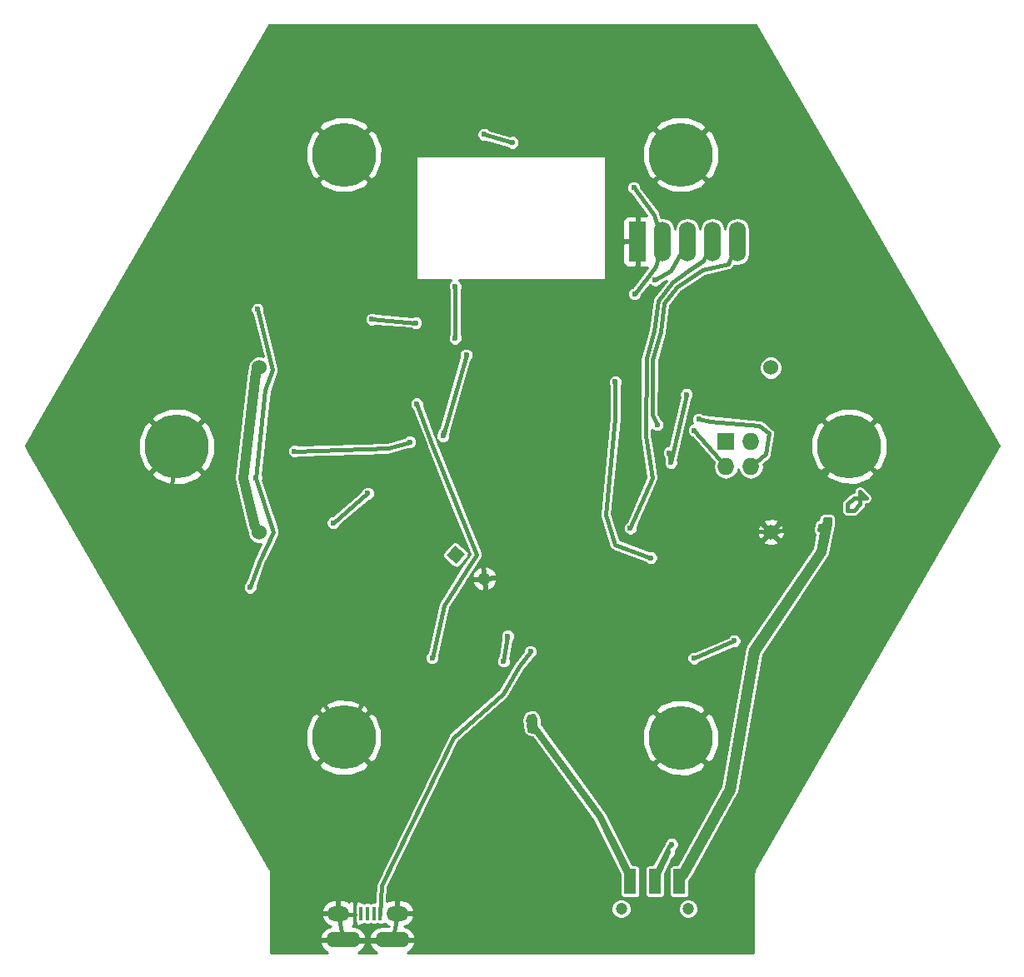
<source format=gbl>
G04 #@! TF.FileFunction,Copper,L2,Bot,Signal*
%FSLAX46Y46*%
G04 Gerber Fmt 4.6, Leading zero omitted, Abs format (unit mm)*
G04 Created by KiCad (PCBNEW 4.0.2+dfsg1-stable) date Mon 15 Oct 2018 12:38:46 AM EDT*
%MOMM*%
G01*
G04 APERTURE LIST*
%ADD10C,0.100000*%
%ADD11C,1.524000*%
%ADD12C,6.500000*%
%ADD13R,1.727200X4.032000*%
%ADD14O,1.727200X4.032000*%
%ADD15C,1.200000*%
%ADD16R,1.200000X2.500000*%
%ADD17C,1.300000*%
%ADD18R,1.727200X1.727200*%
%ADD19O,1.727200X1.727200*%
%ADD20R,0.390000X1.350000*%
%ADD21O,3.500000X1.560000*%
%ADD22O,2.250000X1.500000*%
%ADD23C,0.600000*%
%ADD24C,0.381000*%
%ADD25C,0.254000*%
G04 APERTURE END LIST*
D10*
D11*
X102480000Y-68240000D03*
X50480000Y-68240000D03*
D12*
X59080000Y-46570000D03*
D13*
X88920000Y-55410000D03*
D14*
X91460000Y-55410000D03*
X94000000Y-55410000D03*
X96540000Y-55410000D03*
X99080000Y-55410000D03*
D15*
X94070000Y-123250000D03*
X87270000Y-123250000D03*
D16*
X93170000Y-120450000D03*
X90670000Y-120450000D03*
X88170000Y-120450000D03*
D10*
G36*
X69524259Y-87310117D02*
X70359883Y-86314259D01*
X71355741Y-87149883D01*
X70520117Y-88145741D01*
X69524259Y-87310117D01*
X69524259Y-87310117D01*
G37*
D17*
X73350969Y-89672593D03*
D11*
X50480000Y-84950000D03*
X102460000Y-84950000D03*
D12*
X93300000Y-105840000D03*
X42105000Y-76245000D03*
X110420000Y-76210000D03*
X59070000Y-105830000D03*
X93310000Y-46570000D03*
D18*
X97900000Y-75770000D03*
D19*
X100440000Y-75770000D03*
X97900000Y-78310000D03*
X100440000Y-78310000D03*
D20*
X62790000Y-123700000D03*
X62140000Y-123700000D03*
X61490000Y-123700000D03*
X60840000Y-123700000D03*
X60190000Y-123700000D03*
D21*
X58990000Y-126400000D03*
X63990000Y-126400000D03*
D22*
X58490000Y-123700000D03*
X64490000Y-123700000D03*
D23*
X71522000Y-66946000D03*
X69161237Y-75172213D03*
X65780000Y-75780000D03*
X92140000Y-76890000D03*
X54070000Y-76710000D03*
X73320000Y-44520000D03*
X76200000Y-45340000D03*
X66380000Y-63680000D03*
X92380000Y-116690000D03*
X92070000Y-117450000D03*
X92320000Y-77880000D03*
X93900000Y-70960000D03*
X50290000Y-62310000D03*
X50140000Y-79480000D03*
X49560000Y-90570000D03*
X61940000Y-63310000D03*
X80390000Y-110990000D03*
X72420000Y-112680000D03*
X67670000Y-89330000D03*
X80240000Y-68340000D03*
X62540000Y-97280000D03*
X79400000Y-90480000D03*
X74630000Y-79510000D03*
X45510000Y-61960000D03*
X40980000Y-60910000D03*
X89040000Y-54570000D03*
X62240000Y-83000000D03*
X63950000Y-74860000D03*
X81550000Y-94030000D03*
X56240000Y-80930000D03*
X51640000Y-79110000D03*
X58180000Y-74630000D03*
X60340000Y-73550000D03*
X57250000Y-82710000D03*
X96830000Y-85090000D03*
X88540000Y-49940000D03*
X88630000Y-60730000D03*
X94660000Y-97760000D03*
X98740000Y-96010000D03*
X70390000Y-59950000D03*
X70390000Y-65250000D03*
X90280000Y-87550000D03*
X86670000Y-69680000D03*
X90930000Y-74030000D03*
X94700000Y-74600000D03*
X58010000Y-84010000D03*
X61510000Y-81010000D03*
X90720000Y-59320000D03*
X78040000Y-97090000D03*
X88190000Y-84550000D03*
X78180000Y-103990000D03*
X78210000Y-104760000D03*
X75320000Y-98080000D03*
X75730000Y-95510000D03*
X107700000Y-84510000D03*
X108170000Y-83880000D03*
X66490000Y-71930000D03*
X68050000Y-97720000D03*
X95140000Y-73470000D03*
D24*
X111535000Y-82115000D02*
X111535000Y-80845000D01*
X111535000Y-80845000D02*
X112170000Y-81480000D01*
X112170000Y-81480000D02*
X110900000Y-81480000D01*
X110900000Y-81480000D02*
X110265000Y-82115000D01*
X110265000Y-82115000D02*
X110265000Y-82750000D01*
X110265000Y-82750000D02*
X110900000Y-82750000D01*
X110900000Y-82750000D02*
X111535000Y-82115000D01*
X69161237Y-75172213D02*
X71522000Y-66946000D01*
X69161237Y-74747949D02*
X69161237Y-75172213D01*
X54070000Y-76710000D02*
X63630000Y-76440000D01*
X63630000Y-76440000D02*
X65780000Y-75780000D01*
X92140000Y-76890000D02*
X92320000Y-77880000D01*
X73320000Y-44520000D02*
X76200000Y-45340000D01*
X61940000Y-63310000D02*
X66380000Y-63680000D01*
X90670000Y-120450000D02*
X91020000Y-119050000D01*
X91020000Y-119050000D02*
X92140000Y-116870000D01*
X92140000Y-116870000D02*
X92380000Y-116690000D01*
X92070000Y-117450000D02*
X90670000Y-120450000D01*
X92320000Y-77880000D02*
X93900000Y-70960000D01*
X50140000Y-79480000D02*
X51100000Y-70520000D01*
X51100000Y-70520000D02*
X51830000Y-68430000D01*
X51830000Y-68430000D02*
X50290000Y-62310000D01*
X50140000Y-79480000D02*
X51930000Y-84930000D01*
X51930000Y-84930000D02*
X50530000Y-87830000D01*
X50530000Y-87830000D02*
X49560000Y-90570000D01*
X103636442Y-84764870D02*
X102460000Y-84950000D01*
X72420000Y-112680000D02*
X80390000Y-110990000D01*
X72420000Y-112680000D02*
X72390000Y-112680000D01*
X63990000Y-126550000D02*
X64490000Y-123850000D01*
X58990000Y-126550000D02*
X63990000Y-126550000D01*
X58490000Y-123850000D02*
X58990000Y-126550000D01*
X60190000Y-123850000D02*
X58490000Y-123850000D01*
X62240000Y-83000000D02*
X67670000Y-89330000D01*
X80240000Y-68340000D02*
X80300000Y-68450000D01*
X61493576Y-97322061D02*
X62540000Y-97280000D01*
X79400000Y-90480000D02*
X79390000Y-90480000D01*
X79390000Y-90480000D02*
X78826550Y-91338591D01*
X74630000Y-79510000D02*
X74620000Y-79510000D01*
X45510000Y-61960000D02*
X40980000Y-60910000D01*
X89040000Y-54570000D02*
X88920000Y-55410000D01*
X59540000Y-91450000D02*
X62240000Y-83000000D01*
X60400000Y-73520000D02*
X63950000Y-74860000D01*
X62298000Y-99740000D02*
X61493576Y-97322061D01*
X61493576Y-97322061D02*
X59540000Y-91450000D01*
X81550000Y-94030000D02*
X78826550Y-91338591D01*
X78826550Y-91338591D02*
X76450000Y-88990000D01*
X59250000Y-105455000D02*
X41420000Y-81520000D01*
X41420000Y-81520000D02*
X42105000Y-76245000D01*
X62298000Y-99740000D02*
X59250000Y-105455000D01*
X56240000Y-80930000D02*
X51640000Y-79110000D01*
X58180000Y-74630000D02*
X60400000Y-73520000D01*
X60400000Y-73520000D02*
X60340000Y-73550000D01*
X59540000Y-91450000D02*
X55470000Y-87410000D01*
X57250000Y-82710000D02*
X55470000Y-87410000D01*
X76450000Y-88990000D02*
X73210000Y-83992000D01*
X103864000Y-84754000D02*
X103636442Y-84764870D01*
X103636442Y-84764870D02*
X96830000Y-85090000D01*
X103864000Y-84754000D02*
X110050000Y-76245000D01*
X91460000Y-55410000D02*
X90580000Y-52680000D01*
X90580000Y-52680000D02*
X88540000Y-49940000D01*
X88630000Y-60730000D02*
X90780000Y-57970000D01*
X90780000Y-57970000D02*
X91460000Y-55410000D01*
X94660000Y-97760000D02*
X98740000Y-96010000D01*
X70390000Y-59950000D02*
X70390000Y-65250000D01*
X90280000Y-87550000D02*
X86640000Y-86210000D01*
X86640000Y-86210000D02*
X85690000Y-83150000D01*
X85690000Y-83150000D02*
X86670000Y-73350000D01*
X86670000Y-73350000D02*
X86670000Y-69680000D01*
X99080000Y-55410000D02*
X98120000Y-57710000D01*
X98120000Y-57710000D02*
X95500000Y-58300000D01*
X95500000Y-58300000D02*
X92870000Y-60030000D01*
X92870000Y-60030000D02*
X91650000Y-61710000D01*
X91650000Y-61710000D02*
X91290000Y-64560000D01*
X91290000Y-64560000D02*
X90470000Y-67450000D01*
X90470000Y-67450000D02*
X90420000Y-73060000D01*
X90420000Y-73060000D02*
X90930000Y-74030000D01*
X97900000Y-78310000D02*
X94700000Y-74600000D01*
X58010000Y-84010000D02*
X61510000Y-81010000D01*
X90720000Y-59320000D02*
X92270000Y-58380000D01*
X92270000Y-58380000D02*
X94000000Y-55410000D01*
X62790000Y-123850000D02*
X62840000Y-122280000D01*
X62840000Y-122280000D02*
X62950000Y-120900000D01*
X62950000Y-120900000D02*
X70210000Y-105860000D01*
X70210000Y-105860000D02*
X75300000Y-101370000D01*
X75300000Y-101370000D02*
X76920000Y-98600000D01*
X76920000Y-98600000D02*
X78040000Y-97090000D01*
X90400000Y-79430000D02*
X88190000Y-84550000D01*
X91040000Y-61450000D02*
X92460000Y-59570000D01*
X92460000Y-59570000D02*
X94110000Y-58350000D01*
X94110000Y-58350000D02*
X95630000Y-57360000D01*
X95630000Y-57360000D02*
X96540000Y-55410000D01*
X91040000Y-61450000D02*
X90610000Y-64510000D01*
X90610000Y-64510000D02*
X89820000Y-67270000D01*
X89820000Y-67270000D02*
X89760000Y-75120000D01*
X89760000Y-75120000D02*
X90400000Y-79430000D01*
X78595559Y-105284452D02*
X77940000Y-105080000D01*
X77940000Y-105080000D02*
X77800000Y-104540000D01*
X77800000Y-104540000D02*
X78060000Y-104420000D01*
X78060000Y-104420000D02*
X77760000Y-104120000D01*
X77760000Y-104120000D02*
X77880000Y-103680000D01*
X77880000Y-103680000D02*
X78290000Y-103560000D01*
X78290000Y-103560000D02*
X78530000Y-103970000D01*
X78530000Y-103970000D02*
X78530000Y-104668640D01*
X88170000Y-120450000D02*
X87890000Y-119070000D01*
X87890000Y-119070000D02*
X85220000Y-113750000D01*
X85220000Y-113750000D02*
X78530000Y-104668640D01*
X78530000Y-104668640D02*
X78310000Y-104370000D01*
X78310000Y-104370000D02*
X78180000Y-103990000D01*
X78210000Y-104760000D02*
X78595559Y-105284452D01*
X78595559Y-105284452D02*
X84900000Y-113860000D01*
X84900000Y-113860000D02*
X88170000Y-120450000D01*
X75320000Y-98080000D02*
X75730000Y-95510000D01*
X108480000Y-84110000D02*
X108480000Y-83600000D01*
X108480000Y-83600000D02*
X107930000Y-83630000D01*
X107930000Y-83630000D02*
X107900000Y-84190000D01*
X107900000Y-84190000D02*
X107480000Y-84250000D01*
X107480000Y-84250000D02*
X107380000Y-84740000D01*
X107380000Y-84740000D02*
X107700000Y-84510000D01*
X93170000Y-120450000D02*
X93860000Y-119840000D01*
X93860000Y-119840000D02*
X98660000Y-111180000D01*
X98660000Y-111180000D02*
X101080000Y-97160000D01*
X101080000Y-97160000D02*
X107900000Y-86970000D01*
X107900000Y-86970000D02*
X108480000Y-84110000D01*
X108480000Y-84110000D02*
X108170000Y-83880000D01*
X107700000Y-84510000D02*
X107260000Y-86810000D01*
X107260000Y-86810000D02*
X100470000Y-96830000D01*
X100470000Y-96830000D02*
X98000000Y-110990000D01*
X98000000Y-110990000D02*
X93520000Y-119090000D01*
X93520000Y-119090000D02*
X93170000Y-120450000D01*
X93170000Y-120450000D02*
X98350000Y-111090000D01*
X98350000Y-111090000D02*
X100750000Y-97010000D01*
X100750000Y-97010000D02*
X107610000Y-86850000D01*
X107610000Y-86850000D02*
X108170000Y-83880000D01*
X50480000Y-84950000D02*
X49730000Y-84430000D01*
X49730000Y-84430000D02*
X48530000Y-79430000D01*
X48530000Y-79430000D02*
X49830000Y-68630000D01*
X49830000Y-68630000D02*
X50480000Y-68240000D01*
X50480000Y-68240000D02*
X50030000Y-69030000D01*
X50030000Y-69030000D02*
X48830000Y-79430000D01*
X48830000Y-79430000D02*
X50030000Y-84230000D01*
X50030000Y-84230000D02*
X50480000Y-84950000D01*
X50480000Y-84950000D02*
X49130000Y-79430000D01*
X49130000Y-79430000D02*
X50480000Y-68240000D01*
X69310000Y-92380000D02*
X68050000Y-97720000D01*
X71440000Y-88960000D02*
X69310000Y-92380000D01*
X72560000Y-87230000D02*
X71440000Y-88960000D01*
X70520000Y-82260000D02*
X72560000Y-87230000D01*
X68030000Y-75980000D02*
X70520000Y-82260000D01*
X66490000Y-71930000D02*
X68030000Y-75980000D01*
X100440000Y-78310000D02*
X101940000Y-77030000D01*
X101940000Y-77030000D02*
X102280000Y-74920000D01*
X102280000Y-74920000D02*
X101300000Y-74120000D01*
X101300000Y-74120000D02*
X96240000Y-73670000D01*
X96240000Y-73670000D02*
X95140000Y-73470000D01*
D25*
G36*
X125649208Y-76200000D02*
X100786906Y-119262770D01*
X100776792Y-119292565D01*
X100759309Y-119318730D01*
X100747137Y-119379924D01*
X100727080Y-119439009D01*
X100729138Y-119470411D01*
X100723000Y-119501270D01*
X100723000Y-127684524D01*
X65530929Y-127684524D01*
X65618830Y-127658689D01*
X66050359Y-127310754D01*
X66315891Y-126824165D01*
X66332071Y-126745898D01*
X66209814Y-126527000D01*
X64117000Y-126527000D01*
X64117000Y-126547000D01*
X63863000Y-126547000D01*
X63863000Y-126527000D01*
X61770186Y-126527000D01*
X61647929Y-126745898D01*
X61664109Y-126824165D01*
X61929641Y-127310754D01*
X62361170Y-127658689D01*
X62449071Y-127684524D01*
X60530929Y-127684524D01*
X60618830Y-127658689D01*
X61050359Y-127310754D01*
X61315891Y-126824165D01*
X61332071Y-126745898D01*
X61209814Y-126527000D01*
X59117000Y-126527000D01*
X59117000Y-126547000D01*
X58863000Y-126547000D01*
X58863000Y-126527000D01*
X56770186Y-126527000D01*
X56647929Y-126745898D01*
X56664109Y-126824165D01*
X56929641Y-127310754D01*
X57361170Y-127658689D01*
X57449071Y-127684524D01*
X51677000Y-127684524D01*
X51677000Y-126054102D01*
X56647929Y-126054102D01*
X56770186Y-126273000D01*
X58863000Y-126273000D01*
X58863000Y-126253000D01*
X59117000Y-126253000D01*
X59117000Y-126273000D01*
X61209814Y-126273000D01*
X61332071Y-126054102D01*
X61315891Y-125975835D01*
X61050359Y-125489246D01*
X60618830Y-125141311D01*
X60087000Y-124985000D01*
X59958750Y-124985000D01*
X60092500Y-124851250D01*
X60092500Y-124298017D01*
X60193173Y-124112684D01*
X60207318Y-124041185D01*
X60092500Y-123840697D01*
X60092500Y-123827002D01*
X60209635Y-123827002D01*
X60209635Y-124375000D01*
X60239409Y-124533237D01*
X60287500Y-124607972D01*
X60287500Y-124851250D01*
X60446250Y-125010000D01*
X60511309Y-125010000D01*
X60744698Y-124913327D01*
X60847661Y-124810365D01*
X61035000Y-124810365D01*
X61169774Y-124785006D01*
X61295000Y-124810365D01*
X61685000Y-124810365D01*
X61819774Y-124785006D01*
X61945000Y-124810365D01*
X62335000Y-124810365D01*
X62469774Y-124785006D01*
X62595000Y-124810365D01*
X62985000Y-124810365D01*
X63143237Y-124780591D01*
X63220475Y-124730890D01*
X63467651Y-124930972D01*
X63650172Y-124985000D01*
X62893000Y-124985000D01*
X62361170Y-125141311D01*
X61929641Y-125489246D01*
X61664109Y-125975835D01*
X61647929Y-126054102D01*
X61770186Y-126273000D01*
X63863000Y-126273000D01*
X63863000Y-126253000D01*
X64117000Y-126253000D01*
X64117000Y-126273000D01*
X66209814Y-126273000D01*
X66332071Y-126054102D01*
X66315891Y-125975835D01*
X66050359Y-125489246D01*
X65618830Y-125141311D01*
X65208845Y-125020812D01*
X65512349Y-124930972D01*
X65934145Y-124589540D01*
X66193173Y-124112684D01*
X66207318Y-124041185D01*
X66084656Y-123827000D01*
X64617000Y-123827000D01*
X64617000Y-123847000D01*
X64363000Y-123847000D01*
X64363000Y-123827000D01*
X64343000Y-123827000D01*
X64343000Y-123573000D01*
X64363000Y-123573000D01*
X64363000Y-122315000D01*
X64617000Y-122315000D01*
X64617000Y-123573000D01*
X66084656Y-123573000D01*
X66153157Y-123453387D01*
X86242822Y-123453387D01*
X86398844Y-123830989D01*
X86687492Y-124120140D01*
X87064821Y-124276821D01*
X87473387Y-124277178D01*
X87850989Y-124121156D01*
X88140140Y-123832508D01*
X88296821Y-123455179D01*
X88296822Y-123453387D01*
X93042822Y-123453387D01*
X93198844Y-123830989D01*
X93487492Y-124120140D01*
X93864821Y-124276821D01*
X94273387Y-124277178D01*
X94650989Y-124121156D01*
X94940140Y-123832508D01*
X95096821Y-123455179D01*
X95097178Y-123046613D01*
X94941156Y-122669011D01*
X94652508Y-122379860D01*
X94275179Y-122223179D01*
X93866613Y-122222822D01*
X93489011Y-122378844D01*
X93199860Y-122667492D01*
X93043179Y-123044821D01*
X93042822Y-123453387D01*
X88296822Y-123453387D01*
X88297178Y-123046613D01*
X88141156Y-122669011D01*
X87852508Y-122379860D01*
X87475179Y-122223179D01*
X87066613Y-122222822D01*
X86689011Y-122378844D01*
X86399860Y-122667492D01*
X86243179Y-123044821D01*
X86242822Y-123453387D01*
X66153157Y-123453387D01*
X66207318Y-123358815D01*
X66193173Y-123287316D01*
X65934145Y-122810460D01*
X65512349Y-122469028D01*
X64992000Y-122315000D01*
X64617000Y-122315000D01*
X64363000Y-122315000D01*
X63988000Y-122315000D01*
X63467651Y-122469028D01*
X63451373Y-122482204D01*
X63456718Y-122314390D01*
X63556361Y-121064316D01*
X70711935Y-106240649D01*
X73115966Y-104120000D01*
X77142501Y-104120000D01*
X77150179Y-104158603D01*
X77147430Y-104197873D01*
X77173482Y-104275758D01*
X77189504Y-104356307D01*
X77210830Y-104388223D01*
X77210247Y-104391915D01*
X77188458Y-104454428D01*
X77191634Y-104509763D01*
X77182986Y-104564514D01*
X77198469Y-104628882D01*
X77202262Y-104694969D01*
X77342262Y-105234969D01*
X77373108Y-105298821D01*
X77393163Y-105366836D01*
X77425015Y-105406271D01*
X77447066Y-105451917D01*
X77499997Y-105499102D01*
X77544555Y-105554268D01*
X77589077Y-105578513D01*
X77626915Y-105612244D01*
X77693874Y-105635582D01*
X77756151Y-105669496D01*
X78218141Y-105813579D01*
X84370701Y-114182534D01*
X87134635Y-119752662D01*
X87134635Y-121700000D01*
X87164409Y-121858237D01*
X87257927Y-122003567D01*
X87400619Y-122101064D01*
X87570000Y-122135365D01*
X88770000Y-122135365D01*
X88928237Y-122105591D01*
X89073567Y-122012073D01*
X89171064Y-121869381D01*
X89205365Y-121700000D01*
X89205365Y-119200000D01*
X89634635Y-119200000D01*
X89634635Y-121700000D01*
X89664409Y-121858237D01*
X89757927Y-122003567D01*
X89900619Y-122101064D01*
X90070000Y-122135365D01*
X91270000Y-122135365D01*
X91428237Y-122105591D01*
X91573567Y-122012073D01*
X91671064Y-121869381D01*
X91705365Y-121700000D01*
X91705365Y-119691567D01*
X91934762Y-119200000D01*
X92134635Y-119200000D01*
X92134635Y-121700000D01*
X92164409Y-121858237D01*
X92257927Y-122003567D01*
X92400619Y-122101064D01*
X92570000Y-122135365D01*
X93770000Y-122135365D01*
X93928237Y-122105591D01*
X94073567Y-122012073D01*
X94171064Y-121869381D01*
X94205365Y-121700000D01*
X94205365Y-120358886D01*
X94268995Y-120302633D01*
X94332416Y-120219295D01*
X94400086Y-120139355D01*
X99200086Y-111479355D01*
X99231498Y-111381215D01*
X99268502Y-111285034D01*
X101666176Y-97394376D01*
X108413170Y-87313456D01*
X108458965Y-87203137D01*
X108505181Y-87092729D01*
X109085181Y-84232729D01*
X109085412Y-84170769D01*
X109097500Y-84110000D01*
X109097500Y-83600000D01*
X109094171Y-83583264D01*
X109096584Y-83566368D01*
X109070777Y-83465653D01*
X109050496Y-83363693D01*
X109041015Y-83349504D01*
X109036779Y-83332972D01*
X108974395Y-83249800D01*
X108916638Y-83163362D01*
X108902449Y-83153881D01*
X108892209Y-83140229D01*
X108802747Y-83087262D01*
X108716307Y-83029504D01*
X108699571Y-83026175D01*
X108684885Y-83017480D01*
X108581962Y-83002781D01*
X108480000Y-82982500D01*
X108463262Y-82985829D01*
X108446369Y-82983417D01*
X107896368Y-83013417D01*
X107811387Y-83035192D01*
X107724550Y-83047680D01*
X107695592Y-83064863D01*
X107662972Y-83073221D01*
X107592789Y-83125863D01*
X107517345Y-83170629D01*
X107497166Y-83197586D01*
X107470229Y-83217791D01*
X107425535Y-83293279D01*
X107372962Y-83363513D01*
X107364635Y-83396140D01*
X107347480Y-83425116D01*
X107335077Y-83511963D01*
X107313384Y-83596967D01*
X107309721Y-83665347D01*
X107264895Y-83683654D01*
X107165388Y-83718657D01*
X107153844Y-83729008D01*
X107139490Y-83734870D01*
X107064534Y-83809085D01*
X106986000Y-83879500D01*
X106979296Y-83893480D01*
X106968278Y-83904389D01*
X106927431Y-84001634D01*
X106881819Y-84096748D01*
X106880975Y-84112231D01*
X106874971Y-84126525D01*
X106774971Y-84616525D01*
X106774910Y-84628796D01*
X106770606Y-84640281D01*
X106774314Y-84748828D01*
X106773774Y-84857458D01*
X106778412Y-84868815D01*
X106778831Y-84881077D01*
X106823803Y-84979956D01*
X106864870Y-85080510D01*
X106873502Y-85089228D01*
X106878581Y-85100395D01*
X106946264Y-85163606D01*
X106677413Y-86568965D01*
X99958814Y-96483597D01*
X99955134Y-96492320D01*
X99948597Y-96499174D01*
X99908430Y-96603027D01*
X99865163Y-96705588D01*
X99865101Y-96715056D01*
X99861685Y-96723889D01*
X97409491Y-110781812D01*
X92994299Y-118764635D01*
X92570000Y-118764635D01*
X92411763Y-118794409D01*
X92266433Y-118887927D01*
X92168936Y-119030619D01*
X92134635Y-119200000D01*
X91934762Y-119200000D01*
X92459434Y-118075704D01*
X92481275Y-118066680D01*
X92685961Y-117862350D01*
X92796874Y-117595244D01*
X92797126Y-117306025D01*
X92795609Y-117302354D01*
X92995961Y-117102350D01*
X93106874Y-116835244D01*
X93107126Y-116546025D01*
X92996680Y-116278725D01*
X92792350Y-116074039D01*
X92525244Y-115963126D01*
X92236025Y-115962874D01*
X91968725Y-116073320D01*
X91764039Y-116277650D01*
X91684056Y-116470268D01*
X91676951Y-116479219D01*
X91608657Y-116555387D01*
X91602424Y-116573107D01*
X91590748Y-116587816D01*
X90472382Y-118764635D01*
X90070000Y-118764635D01*
X89911763Y-118794409D01*
X89766433Y-118887927D01*
X89668936Y-119030619D01*
X89634635Y-119200000D01*
X89205365Y-119200000D01*
X89175591Y-119041763D01*
X89082073Y-118896433D01*
X88939381Y-118798936D01*
X88770000Y-118764635D01*
X88427649Y-118764635D01*
X85771893Y-113473016D01*
X85739533Y-113431449D01*
X85717162Y-113383754D01*
X82205604Y-108616978D01*
X90702627Y-108616978D01*
X91075658Y-109117608D01*
X92499262Y-109719333D01*
X94044772Y-109730466D01*
X95476896Y-109149311D01*
X95524342Y-109117608D01*
X95897373Y-108616978D01*
X93300000Y-106019605D01*
X90702627Y-108616978D01*
X82205604Y-108616978D01*
X80708531Y-106584772D01*
X89409534Y-106584772D01*
X89990689Y-108016896D01*
X90022392Y-108064342D01*
X90523022Y-108437373D01*
X93120395Y-105840000D01*
X93479605Y-105840000D01*
X96076978Y-108437373D01*
X96577608Y-108064342D01*
X97179333Y-106640738D01*
X97190466Y-105095228D01*
X96609311Y-103663104D01*
X96577608Y-103615658D01*
X96076978Y-103242627D01*
X93479605Y-105840000D01*
X93120395Y-105840000D01*
X90523022Y-103242627D01*
X90022392Y-103615658D01*
X89420667Y-105039262D01*
X89409534Y-106584772D01*
X80708531Y-106584772D01*
X79147500Y-104465747D01*
X79147500Y-103970000D01*
X79139193Y-103928240D01*
X79141724Y-103885734D01*
X79115898Y-103811127D01*
X79100496Y-103733693D01*
X79076839Y-103698288D01*
X79062911Y-103658052D01*
X78822911Y-103248052D01*
X78792411Y-103213690D01*
X78771148Y-103172956D01*
X78713168Y-103124415D01*
X78662969Y-103067861D01*
X78653007Y-103063022D01*
X90702627Y-103063022D01*
X93300000Y-105660395D01*
X95897373Y-103063022D01*
X95524342Y-102562392D01*
X94100738Y-101960667D01*
X92555228Y-101949534D01*
X91123104Y-102530689D01*
X91075658Y-102562392D01*
X90702627Y-103063022D01*
X78653007Y-103063022D01*
X78621637Y-103047786D01*
X78586407Y-103018291D01*
X78514260Y-102995631D01*
X78446244Y-102962595D01*
X78400382Y-102959865D01*
X78356541Y-102946095D01*
X78281216Y-102952770D01*
X78205734Y-102948276D01*
X78162313Y-102963306D01*
X78116545Y-102967362D01*
X77706545Y-103087362D01*
X77642325Y-103120884D01*
X77573634Y-103143861D01*
X77536535Y-103176104D01*
X77492956Y-103198852D01*
X77446456Y-103254395D01*
X77391783Y-103301912D01*
X77369845Y-103345903D01*
X77338291Y-103383593D01*
X77316586Y-103452699D01*
X77284258Y-103517525D01*
X77164258Y-103957525D01*
X77158522Y-104039457D01*
X77142501Y-104120000D01*
X73115966Y-104120000D01*
X75708491Y-101833078D01*
X75767965Y-101755104D01*
X75833034Y-101681738D01*
X77436027Y-98940817D01*
X78205075Y-97903975D01*
X93932874Y-97903975D01*
X94043320Y-98171275D01*
X94247650Y-98375961D01*
X94514756Y-98486874D01*
X94803975Y-98487126D01*
X95071275Y-98376680D01*
X95275961Y-98172350D01*
X95278307Y-98166700D01*
X98611809Y-96736889D01*
X98883975Y-96737126D01*
X99151275Y-96626680D01*
X99355961Y-96422350D01*
X99466874Y-96155244D01*
X99467126Y-95866025D01*
X99356680Y-95598725D01*
X99152350Y-95394039D01*
X98885244Y-95283126D01*
X98596025Y-95282874D01*
X98328725Y-95393320D01*
X98124039Y-95597650D01*
X98121693Y-95603300D01*
X94788191Y-97033111D01*
X94516025Y-97032874D01*
X94248725Y-97143320D01*
X94044039Y-97347650D01*
X93933126Y-97614756D01*
X93932874Y-97903975D01*
X78205075Y-97903975D01*
X78307285Y-97766175D01*
X78451275Y-97706680D01*
X78655961Y-97502350D01*
X78766874Y-97235244D01*
X78767126Y-96946025D01*
X78656680Y-96678725D01*
X78452350Y-96474039D01*
X78185244Y-96363126D01*
X77896025Y-96362874D01*
X77628725Y-96473320D01*
X77424039Y-96677650D01*
X77313126Y-96944756D01*
X77313049Y-97033555D01*
X76424036Y-98232133D01*
X76409509Y-98262844D01*
X76386966Y-98288261D01*
X74817075Y-100972582D01*
X69801509Y-105396922D01*
X69800455Y-105398303D01*
X69798956Y-105399186D01*
X69727408Y-105494074D01*
X69655391Y-105588494D01*
X69654946Y-105590175D01*
X69653899Y-105591563D01*
X62393899Y-120631563D01*
X62365409Y-120741589D01*
X62334452Y-120850935D01*
X62224452Y-122230935D01*
X62226194Y-122245784D01*
X62222813Y-122260344D01*
X62212326Y-122589635D01*
X61945000Y-122589635D01*
X61810226Y-122614994D01*
X61685000Y-122589635D01*
X61295000Y-122589635D01*
X61160226Y-122614994D01*
X61035000Y-122589635D01*
X60847661Y-122589635D01*
X60744698Y-122486673D01*
X60511309Y-122390000D01*
X60446250Y-122390000D01*
X60287500Y-122548750D01*
X60287500Y-122791861D01*
X60243936Y-122855619D01*
X60209635Y-123025000D01*
X60209635Y-123572998D01*
X60092500Y-123572998D01*
X60092500Y-123559303D01*
X60207318Y-123358815D01*
X60193173Y-123287316D01*
X60092500Y-123101983D01*
X60092500Y-122548750D01*
X59933750Y-122390000D01*
X59868691Y-122390000D01*
X59635302Y-122486673D01*
X59590050Y-122531925D01*
X59512349Y-122469028D01*
X58992000Y-122315000D01*
X58617000Y-122315000D01*
X58617000Y-123573000D01*
X58637000Y-123573000D01*
X58637000Y-123827000D01*
X58617000Y-123827000D01*
X58617000Y-123847000D01*
X58363000Y-123847000D01*
X58363000Y-123827000D01*
X56895344Y-123827000D01*
X56772682Y-124041185D01*
X56786827Y-124112684D01*
X57045855Y-124589540D01*
X57467651Y-124930972D01*
X57771155Y-125020812D01*
X57361170Y-125141311D01*
X56929641Y-125489246D01*
X56664109Y-125975835D01*
X56647929Y-126054102D01*
X51677000Y-126054102D01*
X51677000Y-123358815D01*
X56772682Y-123358815D01*
X56895344Y-123573000D01*
X58363000Y-123573000D01*
X58363000Y-122315000D01*
X57988000Y-122315000D01*
X57467651Y-122469028D01*
X57045855Y-122810460D01*
X56786827Y-123287316D01*
X56772682Y-123358815D01*
X51677000Y-123358815D01*
X51677000Y-119501270D01*
X51670862Y-119470411D01*
X51672920Y-119439009D01*
X51652863Y-119379924D01*
X51640691Y-119318730D01*
X51623208Y-119292565D01*
X51613094Y-119262770D01*
X45460971Y-108606978D01*
X56472627Y-108606978D01*
X56845658Y-109107608D01*
X58269262Y-109709333D01*
X59814772Y-109720466D01*
X61246896Y-109139311D01*
X61294342Y-109107608D01*
X61667373Y-108606978D01*
X59070000Y-106009605D01*
X56472627Y-108606978D01*
X45460971Y-108606978D01*
X44287676Y-106574772D01*
X55179534Y-106574772D01*
X55760689Y-108006896D01*
X55792392Y-108054342D01*
X56293022Y-108427373D01*
X58890395Y-105830000D01*
X59249605Y-105830000D01*
X61846978Y-108427373D01*
X62347608Y-108054342D01*
X62949333Y-106630738D01*
X62960466Y-105085228D01*
X62379311Y-103653104D01*
X62347608Y-103605658D01*
X61846978Y-103232627D01*
X59249605Y-105830000D01*
X58890395Y-105830000D01*
X56293022Y-103232627D01*
X55792392Y-103605658D01*
X55190667Y-105029262D01*
X55179534Y-106574772D01*
X44287676Y-106574772D01*
X42254393Y-103053022D01*
X56472627Y-103053022D01*
X59070000Y-105650395D01*
X61667373Y-103053022D01*
X61294342Y-102552392D01*
X59870738Y-101950667D01*
X58325228Y-101939534D01*
X56893104Y-102520689D01*
X56845658Y-102552392D01*
X56472627Y-103053022D01*
X42254393Y-103053022D01*
X28380063Y-79021978D01*
X39507627Y-79021978D01*
X39880658Y-79522608D01*
X41304262Y-80124333D01*
X42849772Y-80135466D01*
X44281896Y-79554311D01*
X44329342Y-79522608D01*
X44453333Y-79356204D01*
X47916925Y-79356204D01*
X47925274Y-79465045D01*
X47929551Y-79574108D01*
X49129551Y-84574108D01*
X49172828Y-84668002D01*
X49210746Y-84764189D01*
X49223015Y-84776888D01*
X49230405Y-84792920D01*
X49291088Y-84849023D01*
X49290794Y-85185469D01*
X49471427Y-85622635D01*
X49805606Y-85957397D01*
X50242456Y-86138793D01*
X50660577Y-86139158D01*
X49973909Y-87561542D01*
X49965350Y-87594590D01*
X49947900Y-87623928D01*
X49109344Y-89992632D01*
X48944039Y-90157650D01*
X48833126Y-90424756D01*
X48832874Y-90713975D01*
X48943320Y-90981275D01*
X49147650Y-91185961D01*
X49414756Y-91296874D01*
X49703975Y-91297126D01*
X49971275Y-91186680D01*
X50175961Y-90982350D01*
X50286874Y-90715244D01*
X50287126Y-90426025D01*
X50275760Y-90398517D01*
X51100803Y-88067983D01*
X51451245Y-87342066D01*
X69090068Y-87342066D01*
X69136706Y-87508474D01*
X69244412Y-87643626D01*
X70240270Y-88479250D01*
X70380625Y-88558154D01*
X70552066Y-88579932D01*
X70718474Y-88533294D01*
X70853626Y-88425588D01*
X71689250Y-87429730D01*
X71768154Y-87289375D01*
X71789932Y-87117934D01*
X71743294Y-86951526D01*
X71635588Y-86816374D01*
X70639730Y-85980750D01*
X70499375Y-85901846D01*
X70327934Y-85880068D01*
X70161526Y-85926706D01*
X70026374Y-86034412D01*
X69190750Y-87030270D01*
X69111846Y-87170625D01*
X69090068Y-87342066D01*
X51451245Y-87342066D01*
X52486090Y-85198458D01*
X52514902Y-85087204D01*
X52545748Y-84976489D01*
X52545054Y-84970780D01*
X52546495Y-84965216D01*
X52530542Y-84851428D01*
X52516667Y-84737314D01*
X52325075Y-84153975D01*
X57282874Y-84153975D01*
X57393320Y-84421275D01*
X57597650Y-84625961D01*
X57864756Y-84736874D01*
X58153975Y-84737126D01*
X58421275Y-84626680D01*
X58625961Y-84422350D01*
X58707852Y-84225137D01*
X61610575Y-81737088D01*
X61653975Y-81737126D01*
X61921275Y-81626680D01*
X62125961Y-81422350D01*
X62236874Y-81155244D01*
X62237126Y-80866025D01*
X62126680Y-80598725D01*
X61922350Y-80394039D01*
X61655244Y-80283126D01*
X61366025Y-80282874D01*
X61098725Y-80393320D01*
X60894039Y-80597650D01*
X60812149Y-80794863D01*
X57909424Y-83282912D01*
X57866025Y-83282874D01*
X57598725Y-83393320D01*
X57394039Y-83597650D01*
X57283126Y-83864756D01*
X57282874Y-84153975D01*
X52325075Y-84153975D01*
X50850560Y-79664532D01*
X50866874Y-79625244D01*
X50867126Y-79336025D01*
X50795129Y-79161780D01*
X51042394Y-76853975D01*
X53342874Y-76853975D01*
X53453320Y-77121275D01*
X53657650Y-77325961D01*
X53924756Y-77436874D01*
X54213975Y-77437126D01*
X54481275Y-77326680D01*
X54492150Y-77315824D01*
X63647433Y-77057254D01*
X63728492Y-77038737D01*
X63811212Y-77030312D01*
X65584428Y-76485976D01*
X65634756Y-76506874D01*
X65923975Y-76507126D01*
X66191275Y-76396680D01*
X66395961Y-76192350D01*
X66506874Y-75925244D01*
X66507126Y-75636025D01*
X66396680Y-75368725D01*
X66192350Y-75164039D01*
X65925244Y-75053126D01*
X65636025Y-75052874D01*
X65368725Y-75163320D01*
X65228418Y-75303383D01*
X63528852Y-75825110D01*
X54452064Y-76081463D01*
X54215244Y-75983126D01*
X53926025Y-75982874D01*
X53658725Y-76093320D01*
X53454039Y-76297650D01*
X53343126Y-76564756D01*
X53342874Y-76853975D01*
X51042394Y-76853975D01*
X51554537Y-72073975D01*
X65762874Y-72073975D01*
X65873320Y-72341275D01*
X66054926Y-72523198D01*
X67452818Y-76199472D01*
X67455176Y-76203235D01*
X67455975Y-76207599D01*
X69945975Y-82487599D01*
X69948025Y-82490771D01*
X69948750Y-82494477D01*
X71866076Y-87165610D01*
X70921646Y-88624418D01*
X70919612Y-88629536D01*
X70915845Y-88633553D01*
X68785845Y-92053553D01*
X68750536Y-92147170D01*
X68709004Y-92238192D01*
X67537120Y-97204748D01*
X67434039Y-97307650D01*
X67323126Y-97574756D01*
X67322874Y-97863975D01*
X67433320Y-98131275D01*
X67637650Y-98335961D01*
X67904756Y-98446874D01*
X68193975Y-98447126D01*
X68461275Y-98336680D01*
X68574176Y-98223975D01*
X74592874Y-98223975D01*
X74703320Y-98491275D01*
X74907650Y-98695961D01*
X75174756Y-98806874D01*
X75463975Y-98807126D01*
X75731275Y-98696680D01*
X75935961Y-98492350D01*
X76046874Y-98225244D01*
X76047126Y-97936025D01*
X75990241Y-97798352D01*
X76278835Y-95989359D01*
X76345961Y-95922350D01*
X76456874Y-95655244D01*
X76457126Y-95366025D01*
X76346680Y-95098725D01*
X76142350Y-94894039D01*
X75875244Y-94783126D01*
X75586025Y-94782874D01*
X75318725Y-94893320D01*
X75114039Y-95097650D01*
X75003126Y-95364756D01*
X75002874Y-95653975D01*
X75059759Y-95791648D01*
X74771165Y-97600641D01*
X74704039Y-97667650D01*
X74593126Y-97934756D01*
X74592874Y-98223975D01*
X68574176Y-98223975D01*
X68665961Y-98132350D01*
X68776874Y-97865244D01*
X68777126Y-97576025D01*
X68739764Y-97485602D01*
X69887725Y-92620433D01*
X71450437Y-90111288D01*
X72116423Y-90111288D01*
X72378279Y-90550335D01*
X72788218Y-90855753D01*
X73133315Y-90964562D01*
X73324193Y-90823707D01*
X73235521Y-89810179D01*
X72221993Y-89898851D01*
X72116423Y-90111288D01*
X71450437Y-90111288D01*
X71651757Y-89788041D01*
X73488555Y-89788041D01*
X73577227Y-90801569D01*
X73789664Y-90907139D01*
X74228711Y-90645283D01*
X74534129Y-90235344D01*
X74642938Y-89890247D01*
X74502083Y-89699369D01*
X73488555Y-89788041D01*
X71651757Y-89788041D01*
X71859216Y-89454939D01*
X72059000Y-89454939D01*
X72199855Y-89645817D01*
X73213383Y-89557145D01*
X73124711Y-88543617D01*
X73080164Y-88521479D01*
X73377745Y-88521479D01*
X73466417Y-89535007D01*
X74479945Y-89446335D01*
X74585515Y-89233898D01*
X74323659Y-88794851D01*
X73913720Y-88489433D01*
X73568623Y-88380624D01*
X73377745Y-88521479D01*
X73080164Y-88521479D01*
X72912274Y-88438047D01*
X72473227Y-88699903D01*
X72167809Y-89109842D01*
X72059000Y-89454939D01*
X71859216Y-89454939D01*
X71961293Y-89291042D01*
X73078354Y-87565582D01*
X73098810Y-87514097D01*
X73129735Y-87468134D01*
X73142863Y-87403224D01*
X73167319Y-87341672D01*
X73166515Y-87286278D01*
X73177497Y-87231979D01*
X73164784Y-87166978D01*
X73163823Y-87100760D01*
X73141884Y-87049893D01*
X73131250Y-86995523D01*
X71529603Y-83093469D01*
X85075093Y-83093469D01*
X85087427Y-83210871D01*
X85098822Y-83328368D01*
X85100004Y-83330588D01*
X85100267Y-83333087D01*
X86050267Y-86393088D01*
X86069812Y-86429090D01*
X86079402Y-86468911D01*
X86126789Y-86534039D01*
X86165222Y-86604832D01*
X86197055Y-86630612D01*
X86221155Y-86663735D01*
X86289866Y-86705776D01*
X86352458Y-86756466D01*
X86391732Y-86768102D01*
X86426674Y-86789481D01*
X89694441Y-87992450D01*
X89867650Y-88165961D01*
X90134756Y-88276874D01*
X90423975Y-88277126D01*
X90691275Y-88166680D01*
X90895961Y-87962350D01*
X91006874Y-87695244D01*
X91007126Y-87406025D01*
X90896680Y-87138725D01*
X90692350Y-86934039D01*
X90425244Y-86823126D01*
X90136025Y-86822874D01*
X90115404Y-86831394D01*
X87667421Y-85930213D01*
X101659392Y-85930213D01*
X101728857Y-86172397D01*
X102252302Y-86359144D01*
X102807368Y-86331362D01*
X103191143Y-86172397D01*
X103260608Y-85930213D01*
X102460000Y-85129605D01*
X101659392Y-85930213D01*
X87667421Y-85930213D01*
X87139360Y-85735817D01*
X86815913Y-84693975D01*
X87462874Y-84693975D01*
X87573320Y-84961275D01*
X87777650Y-85165961D01*
X88044756Y-85276874D01*
X88333975Y-85277126D01*
X88601275Y-85166680D01*
X88805961Y-84962350D01*
X88897333Y-84742302D01*
X101050856Y-84742302D01*
X101078638Y-85297368D01*
X101237603Y-85681143D01*
X101479787Y-85750608D01*
X102280395Y-84950000D01*
X102639605Y-84950000D01*
X103440213Y-85750608D01*
X103682397Y-85681143D01*
X103869144Y-85157698D01*
X103841362Y-84602632D01*
X103682397Y-84218857D01*
X103440213Y-84149392D01*
X102639605Y-84950000D01*
X102280395Y-84950000D01*
X101479787Y-84149392D01*
X101237603Y-84218857D01*
X101050856Y-84742302D01*
X88897333Y-84742302D01*
X88916874Y-84695244D01*
X88917111Y-84423640D01*
X89113012Y-83969787D01*
X101659392Y-83969787D01*
X102460000Y-84770395D01*
X103260608Y-83969787D01*
X103191143Y-83727603D01*
X102667698Y-83540856D01*
X102112632Y-83568638D01*
X101728857Y-83727603D01*
X101659392Y-83969787D01*
X89113012Y-83969787D01*
X89913613Y-82115000D01*
X109647500Y-82115000D01*
X109647500Y-82750000D01*
X109694504Y-82986307D01*
X109828362Y-83186638D01*
X110028693Y-83320496D01*
X110265000Y-83367500D01*
X110900000Y-83367500D01*
X111136307Y-83320496D01*
X111336638Y-83186638D01*
X111971639Y-82551638D01*
X112105496Y-82351307D01*
X112152500Y-82115000D01*
X112152500Y-82097500D01*
X112170000Y-82097500D01*
X112406308Y-82050496D01*
X112606639Y-81916639D01*
X112740496Y-81716308D01*
X112787500Y-81480000D01*
X112740496Y-81243693D01*
X112606639Y-81043362D01*
X111971638Y-80408362D01*
X111771307Y-80274504D01*
X111535000Y-80227500D01*
X111298693Y-80274504D01*
X111098362Y-80408362D01*
X110964504Y-80608693D01*
X110917500Y-80845000D01*
X110917500Y-80862500D01*
X110900000Y-80862500D01*
X110663693Y-80909504D01*
X110463362Y-81043361D01*
X109828363Y-81678361D01*
X109828362Y-81678362D01*
X109694504Y-81878693D01*
X109647500Y-82115000D01*
X89913613Y-82115000D01*
X90966940Y-79674714D01*
X90977493Y-79625477D01*
X90999018Y-79579949D01*
X91002503Y-79508788D01*
X91017433Y-79439128D01*
X91008340Y-79389599D01*
X91010803Y-79339300D01*
X90668482Y-77033975D01*
X91412874Y-77033975D01*
X91523320Y-77301275D01*
X91601369Y-77379460D01*
X91643786Y-77612754D01*
X91593126Y-77734756D01*
X91592874Y-78023975D01*
X91703320Y-78291275D01*
X91907650Y-78495961D01*
X92174756Y-78606874D01*
X92463975Y-78607126D01*
X92731275Y-78496680D01*
X92935961Y-78292350D01*
X93046874Y-78025244D01*
X93047126Y-77736025D01*
X93007926Y-77641154D01*
X93669420Y-74743975D01*
X93972874Y-74743975D01*
X94083320Y-75011275D01*
X94287650Y-75215961D01*
X94487343Y-75298881D01*
X96677893Y-77838550D01*
X96584116Y-78310000D01*
X96682357Y-78803891D01*
X96962124Y-79222592D01*
X97380825Y-79502359D01*
X97874716Y-79600600D01*
X97925284Y-79600600D01*
X98419175Y-79502359D01*
X98837876Y-79222592D01*
X99117643Y-78803891D01*
X99170000Y-78540675D01*
X99222357Y-78803891D01*
X99502124Y-79222592D01*
X99920825Y-79502359D01*
X100414716Y-79600600D01*
X100465284Y-79600600D01*
X100959175Y-79502359D01*
X101377876Y-79222592D01*
X101535308Y-78986978D01*
X107822627Y-78986978D01*
X108195658Y-79487608D01*
X109619262Y-80089333D01*
X111164772Y-80100466D01*
X112596896Y-79519311D01*
X112644342Y-79487608D01*
X113017373Y-78986978D01*
X110420000Y-76389605D01*
X107822627Y-78986978D01*
X101535308Y-78986978D01*
X101657643Y-78803891D01*
X101755884Y-78310000D01*
X101702978Y-78044025D01*
X102340831Y-77499724D01*
X102400291Y-77424367D01*
X102465638Y-77354055D01*
X102474439Y-77330395D01*
X102490076Y-77310577D01*
X102516171Y-77218203D01*
X102549636Y-77128235D01*
X102577587Y-76954772D01*
X106529534Y-76954772D01*
X107110689Y-78386896D01*
X107142392Y-78434342D01*
X107643022Y-78807373D01*
X110240395Y-76210000D01*
X110599605Y-76210000D01*
X113196978Y-78807373D01*
X113697608Y-78434342D01*
X114299333Y-77010738D01*
X114310466Y-75465228D01*
X113729311Y-74033104D01*
X113697608Y-73985658D01*
X113196978Y-73612627D01*
X110599605Y-76210000D01*
X110240395Y-76210000D01*
X107643022Y-73612627D01*
X107142392Y-73985658D01*
X106540667Y-75409262D01*
X106529534Y-76954772D01*
X102577587Y-76954772D01*
X102889636Y-75018235D01*
X102886696Y-74937893D01*
X102894366Y-74857873D01*
X102882328Y-74818558D01*
X102880824Y-74777460D01*
X102847362Y-74704360D01*
X102823826Y-74627494D01*
X102797655Y-74595774D01*
X102780540Y-74558385D01*
X102721653Y-74503656D01*
X102670492Y-74441647D01*
X101690492Y-73641647D01*
X101634926Y-73612132D01*
X101585914Y-73572680D01*
X101529566Y-73556168D01*
X101477710Y-73528624D01*
X101415081Y-73522621D01*
X101354700Y-73504927D01*
X100546166Y-73433022D01*
X107822627Y-73433022D01*
X110420000Y-76030395D01*
X113017373Y-73433022D01*
X112644342Y-72932392D01*
X111220738Y-72330667D01*
X109675228Y-72319534D01*
X108243104Y-72900689D01*
X108195658Y-72932392D01*
X107822627Y-73433022D01*
X100546166Y-73433022D01*
X96322762Y-73057424D01*
X95629564Y-72931388D01*
X95552350Y-72854039D01*
X95285244Y-72743126D01*
X94996025Y-72742874D01*
X94728725Y-72853320D01*
X94524039Y-73057650D01*
X94413126Y-73324756D01*
X94412874Y-73613975D01*
X94523320Y-73881275D01*
X94526933Y-73884894D01*
X94288725Y-73983320D01*
X94084039Y-74187650D01*
X93973126Y-74454756D01*
X93972874Y-74743975D01*
X93669420Y-74743975D01*
X94416593Y-71471545D01*
X94515961Y-71372350D01*
X94626874Y-71105244D01*
X94627126Y-70816025D01*
X94516680Y-70548725D01*
X94312350Y-70344039D01*
X94045244Y-70233126D01*
X93756025Y-70232874D01*
X93488725Y-70343320D01*
X93284039Y-70547650D01*
X93173126Y-70814756D01*
X93172874Y-71103975D01*
X93212074Y-71198847D01*
X92078652Y-76162946D01*
X91996025Y-76162874D01*
X91728725Y-76273320D01*
X91524039Y-76477650D01*
X91413126Y-76744756D01*
X91412874Y-77033975D01*
X90668482Y-77033975D01*
X90377849Y-75076749D01*
X90382179Y-74510254D01*
X90517650Y-74645961D01*
X90784756Y-74756874D01*
X91073975Y-74757126D01*
X91341275Y-74646680D01*
X91545961Y-74442350D01*
X91656874Y-74175244D01*
X91657126Y-73886025D01*
X91546680Y-73618725D01*
X91342350Y-73414039D01*
X91293024Y-73393557D01*
X91038860Y-72910147D01*
X91078384Y-68475469D01*
X101290794Y-68475469D01*
X101471427Y-68912635D01*
X101805606Y-69247397D01*
X102242456Y-69428793D01*
X102715469Y-69429206D01*
X103152635Y-69248573D01*
X103487397Y-68914394D01*
X103668793Y-68477544D01*
X103669206Y-68004531D01*
X103488573Y-67567365D01*
X103154394Y-67232603D01*
X102717544Y-67051207D01*
X102244531Y-67050794D01*
X101807365Y-67231427D01*
X101472603Y-67565606D01*
X101291207Y-68002456D01*
X101290794Y-68475469D01*
X91078384Y-68475469D01*
X91086734Y-67538606D01*
X91884050Y-64728554D01*
X91887801Y-64681842D01*
X91902632Y-64637385D01*
X92242772Y-61944611D01*
X93303462Y-60483989D01*
X95745386Y-58877704D01*
X98255658Y-58312414D01*
X98303450Y-58291195D01*
X98354760Y-58281133D01*
X98412500Y-58242778D01*
X98475866Y-58214645D01*
X98511900Y-58176751D01*
X98555454Y-58147820D01*
X98594125Y-58090282D01*
X98641896Y-58040046D01*
X98660685Y-57991250D01*
X98689853Y-57947852D01*
X98737872Y-57832807D01*
X99080000Y-57900861D01*
X99573891Y-57802620D01*
X99992592Y-57522853D01*
X100272359Y-57104152D01*
X100370600Y-56610261D01*
X100370600Y-54209739D01*
X100272359Y-53715848D01*
X99992592Y-53297147D01*
X99573891Y-53017380D01*
X99080000Y-52919139D01*
X98586109Y-53017380D01*
X98167408Y-53297147D01*
X97887641Y-53715848D01*
X97810000Y-54106176D01*
X97732359Y-53715848D01*
X97452592Y-53297147D01*
X97033891Y-53017380D01*
X96540000Y-52919139D01*
X96046109Y-53017380D01*
X95627408Y-53297147D01*
X95347641Y-53715848D01*
X95270000Y-54106176D01*
X95192359Y-53715848D01*
X94912592Y-53297147D01*
X94493891Y-53017380D01*
X94000000Y-52919139D01*
X93506109Y-53017380D01*
X93087408Y-53297147D01*
X92807641Y-53715848D01*
X92730000Y-54106176D01*
X92652359Y-53715848D01*
X92372592Y-53297147D01*
X91953891Y-53017380D01*
X91460000Y-52919139D01*
X91315160Y-52947949D01*
X91167721Y-52490552D01*
X91118612Y-52402380D01*
X91075298Y-52311238D01*
X89267051Y-49882514D01*
X89267126Y-49796025D01*
X89156680Y-49528725D01*
X88975250Y-49346978D01*
X90712627Y-49346978D01*
X91085658Y-49847608D01*
X92509262Y-50449333D01*
X94054772Y-50460466D01*
X95486896Y-49879311D01*
X95534342Y-49847608D01*
X95907373Y-49346978D01*
X93310000Y-46749605D01*
X90712627Y-49346978D01*
X88975250Y-49346978D01*
X88952350Y-49324039D01*
X88685244Y-49213126D01*
X88396025Y-49212874D01*
X88128725Y-49323320D01*
X87924039Y-49527650D01*
X87813126Y-49794756D01*
X87812874Y-50083975D01*
X87923320Y-50351275D01*
X88127650Y-50555961D01*
X88273990Y-50616727D01*
X89868966Y-52759000D01*
X89205750Y-52759000D01*
X89047000Y-52917750D01*
X89047000Y-55283000D01*
X89067000Y-55283000D01*
X89067000Y-55537000D01*
X89047000Y-55537000D01*
X89047000Y-57902250D01*
X89205750Y-58061000D01*
X89909910Y-58061000D01*
X89934207Y-58050936D01*
X88379335Y-60046957D01*
X88218725Y-60113320D01*
X88014039Y-60317650D01*
X87903126Y-60584756D01*
X87902874Y-60873975D01*
X88013320Y-61141275D01*
X88217650Y-61345961D01*
X88484756Y-61456874D01*
X88773975Y-61457126D01*
X89041275Y-61346680D01*
X89245961Y-61142350D01*
X89356874Y-60875244D01*
X89356938Y-60801641D01*
X90152421Y-59780462D01*
X90307650Y-59935961D01*
X90574756Y-60046874D01*
X90863975Y-60047126D01*
X91131275Y-59936680D01*
X91335961Y-59732350D01*
X91371326Y-59647182D01*
X91844678Y-59360117D01*
X90547261Y-61077825D01*
X90531714Y-61109964D01*
X90507938Y-61136604D01*
X90479674Y-61217546D01*
X90442343Y-61294718D01*
X90440279Y-61330362D01*
X90428508Y-61364071D01*
X90004497Y-64381451D01*
X89226340Y-67100076D01*
X89219455Y-67183406D01*
X89202518Y-67265281D01*
X89142518Y-75115280D01*
X89151553Y-75162589D01*
X89149197Y-75210699D01*
X89763367Y-79346748D01*
X87784677Y-83930861D01*
X87778725Y-83933320D01*
X87574039Y-84137650D01*
X87463126Y-84404756D01*
X87462874Y-84693975D01*
X86815913Y-84693975D01*
X86316912Y-83086670D01*
X87284435Y-73411444D01*
X87281434Y-73380497D01*
X87287500Y-73350000D01*
X87287500Y-70088644D01*
X87396874Y-69825244D01*
X87397126Y-69536025D01*
X87286680Y-69268725D01*
X87082350Y-69064039D01*
X86815244Y-68953126D01*
X86526025Y-68952874D01*
X86258725Y-69063320D01*
X86054039Y-69267650D01*
X85943126Y-69534756D01*
X85942874Y-69823975D01*
X86052500Y-70089290D01*
X86052500Y-73319207D01*
X85075565Y-83088556D01*
X85075808Y-83091057D01*
X85075093Y-83093469D01*
X71529603Y-83093469D01*
X71092658Y-82028952D01*
X68605644Y-75756484D01*
X68485681Y-75440996D01*
X68544557Y-75583488D01*
X68748887Y-75788174D01*
X69015993Y-75899087D01*
X69305212Y-75899339D01*
X69572512Y-75788893D01*
X69777198Y-75584563D01*
X69888111Y-75317457D01*
X69888363Y-75028238D01*
X69862761Y-74966277D01*
X72009201Y-67486886D01*
X72137961Y-67358350D01*
X72248874Y-67091244D01*
X72249126Y-66802025D01*
X72138680Y-66534725D01*
X71934350Y-66330039D01*
X71667244Y-66219126D01*
X71378025Y-66218874D01*
X71110725Y-66329320D01*
X70906039Y-66533650D01*
X70795126Y-66800756D01*
X70794874Y-67089975D01*
X70820476Y-67151936D01*
X68775667Y-74277188D01*
X68724599Y-74311311D01*
X68590741Y-74511642D01*
X68543737Y-74747949D01*
X68543737Y-74763569D01*
X68434363Y-75026969D01*
X68434120Y-75305399D01*
X67211127Y-72089085D01*
X67216874Y-72075244D01*
X67217126Y-71786025D01*
X67106680Y-71518725D01*
X66902350Y-71314039D01*
X66635244Y-71203126D01*
X66346025Y-71202874D01*
X66078725Y-71313320D01*
X65874039Y-71517650D01*
X65763126Y-71784756D01*
X65762874Y-72073975D01*
X51554537Y-72073975D01*
X51706411Y-70656488D01*
X52412963Y-68633619D01*
X52421155Y-68575358D01*
X52440914Y-68519946D01*
X52437765Y-68457222D01*
X52446509Y-68395029D01*
X52431782Y-68338072D01*
X52428832Y-68279313D01*
X51214613Y-63453975D01*
X61212874Y-63453975D01*
X61323320Y-63721275D01*
X61527650Y-63925961D01*
X61794756Y-64036874D01*
X62083975Y-64037126D01*
X62276287Y-63957664D01*
X65934241Y-64262494D01*
X65967650Y-64295961D01*
X66234756Y-64406874D01*
X66523975Y-64407126D01*
X66791275Y-64296680D01*
X66995961Y-64092350D01*
X67106874Y-63825244D01*
X67107126Y-63536025D01*
X66996680Y-63268725D01*
X66792350Y-63064039D01*
X66525244Y-62953126D01*
X66236025Y-62952874D01*
X66043713Y-63032336D01*
X62385759Y-62727506D01*
X62352350Y-62694039D01*
X62085244Y-62583126D01*
X61796025Y-62582874D01*
X61528725Y-62693320D01*
X61324039Y-62897650D01*
X61213126Y-63164756D01*
X61212874Y-63453975D01*
X51214613Y-63453975D01*
X50983514Y-62535583D01*
X51016874Y-62455244D01*
X51017126Y-62166025D01*
X50906680Y-61898725D01*
X50702350Y-61694039D01*
X50435244Y-61583126D01*
X50146025Y-61582874D01*
X49878725Y-61693320D01*
X49674039Y-61897650D01*
X49563126Y-62164756D01*
X49562874Y-62453975D01*
X49673320Y-62721275D01*
X49784856Y-62833006D01*
X50861322Y-67110909D01*
X50717544Y-67051207D01*
X50244531Y-67050794D01*
X49807365Y-67231427D01*
X49472603Y-67565606D01*
X49291207Y-68002456D01*
X49290921Y-68329996D01*
X49266178Y-68405637D01*
X49230938Y-68480234D01*
X49229044Y-68519157D01*
X49216925Y-68556204D01*
X47916925Y-79356204D01*
X44453333Y-79356204D01*
X44702373Y-79021978D01*
X42105000Y-76424605D01*
X39507627Y-79021978D01*
X28380063Y-79021978D01*
X27206768Y-76989772D01*
X38214534Y-76989772D01*
X38795689Y-78421896D01*
X38827392Y-78469342D01*
X39328022Y-78842373D01*
X41925395Y-76245000D01*
X42284605Y-76245000D01*
X44881978Y-78842373D01*
X45382608Y-78469342D01*
X45984333Y-77045738D01*
X45995466Y-75500228D01*
X45414311Y-74068104D01*
X45382608Y-74020658D01*
X44881978Y-73647627D01*
X42284605Y-76245000D01*
X41925395Y-76245000D01*
X39328022Y-73647627D01*
X38827392Y-74020658D01*
X38225667Y-75444262D01*
X38214534Y-76989772D01*
X27206768Y-76989772D01*
X26750792Y-76200000D01*
X28328100Y-73468022D01*
X39507627Y-73468022D01*
X42105000Y-76065395D01*
X44702373Y-73468022D01*
X44329342Y-72967392D01*
X42905738Y-72365667D01*
X41360228Y-72354534D01*
X39928104Y-72935689D01*
X39880658Y-72967392D01*
X39507627Y-73468022D01*
X28328100Y-73468022D01*
X42254391Y-49346978D01*
X56482627Y-49346978D01*
X56855658Y-49847608D01*
X58279262Y-50449333D01*
X59824772Y-50460466D01*
X61256896Y-49879311D01*
X61304342Y-49847608D01*
X61677373Y-49346978D01*
X59080000Y-46749605D01*
X56482627Y-49346978D01*
X42254391Y-49346978D01*
X43427686Y-47314772D01*
X55189534Y-47314772D01*
X55770689Y-48746896D01*
X55802392Y-48794342D01*
X56303022Y-49167373D01*
X58900395Y-46570000D01*
X59259605Y-46570000D01*
X61856978Y-49167373D01*
X62357608Y-48794342D01*
X62959333Y-47370738D01*
X62963227Y-46830115D01*
X66373000Y-46830115D01*
X66382999Y-57829558D01*
X66373003Y-59204076D01*
X66381685Y-59251159D01*
X66408965Y-59293553D01*
X66450590Y-59321994D01*
X66500000Y-59332000D01*
X69981920Y-59332000D01*
X69978725Y-59333320D01*
X69774039Y-59537650D01*
X69663126Y-59804756D01*
X69662874Y-60093975D01*
X69772500Y-60359290D01*
X69772500Y-64841356D01*
X69663126Y-65104756D01*
X69662874Y-65393975D01*
X69773320Y-65661275D01*
X69977650Y-65865961D01*
X70244756Y-65976874D01*
X70533975Y-65977126D01*
X70801275Y-65866680D01*
X71005961Y-65662350D01*
X71116874Y-65395244D01*
X71117126Y-65106025D01*
X71007500Y-64840710D01*
X71007500Y-60358644D01*
X71116874Y-60095244D01*
X71117126Y-59806025D01*
X71006680Y-59538725D01*
X70802350Y-59334039D01*
X70797440Y-59332000D01*
X85550000Y-59332000D01*
X85596159Y-59323315D01*
X85638553Y-59296035D01*
X85666994Y-59254410D01*
X85677000Y-59205000D01*
X85677000Y-55695750D01*
X87421400Y-55695750D01*
X87421400Y-57552309D01*
X87518073Y-57785698D01*
X87696701Y-57964327D01*
X87930090Y-58061000D01*
X88634250Y-58061000D01*
X88793000Y-57902250D01*
X88793000Y-55537000D01*
X87580150Y-55537000D01*
X87421400Y-55695750D01*
X85677000Y-55695750D01*
X85677000Y-53267691D01*
X87421400Y-53267691D01*
X87421400Y-55124250D01*
X87580150Y-55283000D01*
X88793000Y-55283000D01*
X88793000Y-52917750D01*
X88634250Y-52759000D01*
X87930090Y-52759000D01*
X87696701Y-52855673D01*
X87518073Y-53034302D01*
X87421400Y-53267691D01*
X85677000Y-53267691D01*
X85677000Y-47314772D01*
X89419534Y-47314772D01*
X90000689Y-48746896D01*
X90032392Y-48794342D01*
X90533022Y-49167373D01*
X93130395Y-46570000D01*
X93489605Y-46570000D01*
X96086978Y-49167373D01*
X96587608Y-48794342D01*
X97189333Y-47370738D01*
X97200466Y-45825228D01*
X96619311Y-44393104D01*
X96587608Y-44345658D01*
X96086978Y-43972627D01*
X93489605Y-46570000D01*
X93130395Y-46570000D01*
X90533022Y-43972627D01*
X90032392Y-44345658D01*
X89430667Y-45769262D01*
X89419534Y-47314772D01*
X85677000Y-47314772D01*
X85677000Y-46830000D01*
X85668315Y-46783841D01*
X85641035Y-46741447D01*
X85599410Y-46713006D01*
X85550000Y-46703000D01*
X66500000Y-46703000D01*
X66453733Y-46711727D01*
X66411364Y-46739046D01*
X66382961Y-46780696D01*
X66373000Y-46830115D01*
X62963227Y-46830115D01*
X62970466Y-45825228D01*
X62499231Y-44663975D01*
X72592874Y-44663975D01*
X72703320Y-44931275D01*
X72907650Y-45135961D01*
X73174756Y-45246874D01*
X73463975Y-45247126D01*
X73527151Y-45221022D01*
X75660284Y-45828373D01*
X75787650Y-45955961D01*
X76054756Y-46066874D01*
X76343975Y-46067126D01*
X76611275Y-45956680D01*
X76815961Y-45752350D01*
X76926874Y-45485244D01*
X76927126Y-45196025D01*
X76816680Y-44928725D01*
X76612350Y-44724039D01*
X76345244Y-44613126D01*
X76056025Y-44612874D01*
X75992848Y-44638978D01*
X73859717Y-44031628D01*
X73732350Y-43904039D01*
X73465244Y-43793126D01*
X73345884Y-43793022D01*
X90712627Y-43793022D01*
X93310000Y-46390395D01*
X95907373Y-43793022D01*
X95534342Y-43292392D01*
X94110738Y-42690667D01*
X92565228Y-42679534D01*
X91133104Y-43260689D01*
X91085658Y-43292392D01*
X90712627Y-43793022D01*
X73345884Y-43793022D01*
X73176025Y-43792874D01*
X72908725Y-43903320D01*
X72704039Y-44107650D01*
X72593126Y-44374756D01*
X72592874Y-44663975D01*
X62499231Y-44663975D01*
X62389311Y-44393104D01*
X62357608Y-44345658D01*
X61856978Y-43972627D01*
X59259605Y-46570000D01*
X58900395Y-46570000D01*
X56303022Y-43972627D01*
X55802392Y-44345658D01*
X55200667Y-45769262D01*
X55189534Y-47314772D01*
X43427686Y-47314772D01*
X45460969Y-43793022D01*
X56482627Y-43793022D01*
X59080000Y-46390395D01*
X61677373Y-43793022D01*
X61304342Y-43292392D01*
X59880738Y-42690667D01*
X58335228Y-42679534D01*
X56903104Y-43260689D01*
X56855658Y-43292392D01*
X56482627Y-43793022D01*
X45460969Y-43793022D01*
X51475396Y-33375730D01*
X100924604Y-33375730D01*
X125649208Y-76200000D01*
X125649208Y-76200000D01*
G37*
X125649208Y-76200000D02*
X100786906Y-119262770D01*
X100776792Y-119292565D01*
X100759309Y-119318730D01*
X100747137Y-119379924D01*
X100727080Y-119439009D01*
X100729138Y-119470411D01*
X100723000Y-119501270D01*
X100723000Y-127684524D01*
X65530929Y-127684524D01*
X65618830Y-127658689D01*
X66050359Y-127310754D01*
X66315891Y-126824165D01*
X66332071Y-126745898D01*
X66209814Y-126527000D01*
X64117000Y-126527000D01*
X64117000Y-126547000D01*
X63863000Y-126547000D01*
X63863000Y-126527000D01*
X61770186Y-126527000D01*
X61647929Y-126745898D01*
X61664109Y-126824165D01*
X61929641Y-127310754D01*
X62361170Y-127658689D01*
X62449071Y-127684524D01*
X60530929Y-127684524D01*
X60618830Y-127658689D01*
X61050359Y-127310754D01*
X61315891Y-126824165D01*
X61332071Y-126745898D01*
X61209814Y-126527000D01*
X59117000Y-126527000D01*
X59117000Y-126547000D01*
X58863000Y-126547000D01*
X58863000Y-126527000D01*
X56770186Y-126527000D01*
X56647929Y-126745898D01*
X56664109Y-126824165D01*
X56929641Y-127310754D01*
X57361170Y-127658689D01*
X57449071Y-127684524D01*
X51677000Y-127684524D01*
X51677000Y-126054102D01*
X56647929Y-126054102D01*
X56770186Y-126273000D01*
X58863000Y-126273000D01*
X58863000Y-126253000D01*
X59117000Y-126253000D01*
X59117000Y-126273000D01*
X61209814Y-126273000D01*
X61332071Y-126054102D01*
X61315891Y-125975835D01*
X61050359Y-125489246D01*
X60618830Y-125141311D01*
X60087000Y-124985000D01*
X59958750Y-124985000D01*
X60092500Y-124851250D01*
X60092500Y-124298017D01*
X60193173Y-124112684D01*
X60207318Y-124041185D01*
X60092500Y-123840697D01*
X60092500Y-123827002D01*
X60209635Y-123827002D01*
X60209635Y-124375000D01*
X60239409Y-124533237D01*
X60287500Y-124607972D01*
X60287500Y-124851250D01*
X60446250Y-125010000D01*
X60511309Y-125010000D01*
X60744698Y-124913327D01*
X60847661Y-124810365D01*
X61035000Y-124810365D01*
X61169774Y-124785006D01*
X61295000Y-124810365D01*
X61685000Y-124810365D01*
X61819774Y-124785006D01*
X61945000Y-124810365D01*
X62335000Y-124810365D01*
X62469774Y-124785006D01*
X62595000Y-124810365D01*
X62985000Y-124810365D01*
X63143237Y-124780591D01*
X63220475Y-124730890D01*
X63467651Y-124930972D01*
X63650172Y-124985000D01*
X62893000Y-124985000D01*
X62361170Y-125141311D01*
X61929641Y-125489246D01*
X61664109Y-125975835D01*
X61647929Y-126054102D01*
X61770186Y-126273000D01*
X63863000Y-126273000D01*
X63863000Y-126253000D01*
X64117000Y-126253000D01*
X64117000Y-126273000D01*
X66209814Y-126273000D01*
X66332071Y-126054102D01*
X66315891Y-125975835D01*
X66050359Y-125489246D01*
X65618830Y-125141311D01*
X65208845Y-125020812D01*
X65512349Y-124930972D01*
X65934145Y-124589540D01*
X66193173Y-124112684D01*
X66207318Y-124041185D01*
X66084656Y-123827000D01*
X64617000Y-123827000D01*
X64617000Y-123847000D01*
X64363000Y-123847000D01*
X64363000Y-123827000D01*
X64343000Y-123827000D01*
X64343000Y-123573000D01*
X64363000Y-123573000D01*
X64363000Y-122315000D01*
X64617000Y-122315000D01*
X64617000Y-123573000D01*
X66084656Y-123573000D01*
X66153157Y-123453387D01*
X86242822Y-123453387D01*
X86398844Y-123830989D01*
X86687492Y-124120140D01*
X87064821Y-124276821D01*
X87473387Y-124277178D01*
X87850989Y-124121156D01*
X88140140Y-123832508D01*
X88296821Y-123455179D01*
X88296822Y-123453387D01*
X93042822Y-123453387D01*
X93198844Y-123830989D01*
X93487492Y-124120140D01*
X93864821Y-124276821D01*
X94273387Y-124277178D01*
X94650989Y-124121156D01*
X94940140Y-123832508D01*
X95096821Y-123455179D01*
X95097178Y-123046613D01*
X94941156Y-122669011D01*
X94652508Y-122379860D01*
X94275179Y-122223179D01*
X93866613Y-122222822D01*
X93489011Y-122378844D01*
X93199860Y-122667492D01*
X93043179Y-123044821D01*
X93042822Y-123453387D01*
X88296822Y-123453387D01*
X88297178Y-123046613D01*
X88141156Y-122669011D01*
X87852508Y-122379860D01*
X87475179Y-122223179D01*
X87066613Y-122222822D01*
X86689011Y-122378844D01*
X86399860Y-122667492D01*
X86243179Y-123044821D01*
X86242822Y-123453387D01*
X66153157Y-123453387D01*
X66207318Y-123358815D01*
X66193173Y-123287316D01*
X65934145Y-122810460D01*
X65512349Y-122469028D01*
X64992000Y-122315000D01*
X64617000Y-122315000D01*
X64363000Y-122315000D01*
X63988000Y-122315000D01*
X63467651Y-122469028D01*
X63451373Y-122482204D01*
X63456718Y-122314390D01*
X63556361Y-121064316D01*
X70711935Y-106240649D01*
X73115966Y-104120000D01*
X77142501Y-104120000D01*
X77150179Y-104158603D01*
X77147430Y-104197873D01*
X77173482Y-104275758D01*
X77189504Y-104356307D01*
X77210830Y-104388223D01*
X77210247Y-104391915D01*
X77188458Y-104454428D01*
X77191634Y-104509763D01*
X77182986Y-104564514D01*
X77198469Y-104628882D01*
X77202262Y-104694969D01*
X77342262Y-105234969D01*
X77373108Y-105298821D01*
X77393163Y-105366836D01*
X77425015Y-105406271D01*
X77447066Y-105451917D01*
X77499997Y-105499102D01*
X77544555Y-105554268D01*
X77589077Y-105578513D01*
X77626915Y-105612244D01*
X77693874Y-105635582D01*
X77756151Y-105669496D01*
X78218141Y-105813579D01*
X84370701Y-114182534D01*
X87134635Y-119752662D01*
X87134635Y-121700000D01*
X87164409Y-121858237D01*
X87257927Y-122003567D01*
X87400619Y-122101064D01*
X87570000Y-122135365D01*
X88770000Y-122135365D01*
X88928237Y-122105591D01*
X89073567Y-122012073D01*
X89171064Y-121869381D01*
X89205365Y-121700000D01*
X89205365Y-119200000D01*
X89634635Y-119200000D01*
X89634635Y-121700000D01*
X89664409Y-121858237D01*
X89757927Y-122003567D01*
X89900619Y-122101064D01*
X90070000Y-122135365D01*
X91270000Y-122135365D01*
X91428237Y-122105591D01*
X91573567Y-122012073D01*
X91671064Y-121869381D01*
X91705365Y-121700000D01*
X91705365Y-119691567D01*
X91934762Y-119200000D01*
X92134635Y-119200000D01*
X92134635Y-121700000D01*
X92164409Y-121858237D01*
X92257927Y-122003567D01*
X92400619Y-122101064D01*
X92570000Y-122135365D01*
X93770000Y-122135365D01*
X93928237Y-122105591D01*
X94073567Y-122012073D01*
X94171064Y-121869381D01*
X94205365Y-121700000D01*
X94205365Y-120358886D01*
X94268995Y-120302633D01*
X94332416Y-120219295D01*
X94400086Y-120139355D01*
X99200086Y-111479355D01*
X99231498Y-111381215D01*
X99268502Y-111285034D01*
X101666176Y-97394376D01*
X108413170Y-87313456D01*
X108458965Y-87203137D01*
X108505181Y-87092729D01*
X109085181Y-84232729D01*
X109085412Y-84170769D01*
X109097500Y-84110000D01*
X109097500Y-83600000D01*
X109094171Y-83583264D01*
X109096584Y-83566368D01*
X109070777Y-83465653D01*
X109050496Y-83363693D01*
X109041015Y-83349504D01*
X109036779Y-83332972D01*
X108974395Y-83249800D01*
X108916638Y-83163362D01*
X108902449Y-83153881D01*
X108892209Y-83140229D01*
X108802747Y-83087262D01*
X108716307Y-83029504D01*
X108699571Y-83026175D01*
X108684885Y-83017480D01*
X108581962Y-83002781D01*
X108480000Y-82982500D01*
X108463262Y-82985829D01*
X108446369Y-82983417D01*
X107896368Y-83013417D01*
X107811387Y-83035192D01*
X107724550Y-83047680D01*
X107695592Y-83064863D01*
X107662972Y-83073221D01*
X107592789Y-83125863D01*
X107517345Y-83170629D01*
X107497166Y-83197586D01*
X107470229Y-83217791D01*
X107425535Y-83293279D01*
X107372962Y-83363513D01*
X107364635Y-83396140D01*
X107347480Y-83425116D01*
X107335077Y-83511963D01*
X107313384Y-83596967D01*
X107309721Y-83665347D01*
X107264895Y-83683654D01*
X107165388Y-83718657D01*
X107153844Y-83729008D01*
X107139490Y-83734870D01*
X107064534Y-83809085D01*
X106986000Y-83879500D01*
X106979296Y-83893480D01*
X106968278Y-83904389D01*
X106927431Y-84001634D01*
X106881819Y-84096748D01*
X106880975Y-84112231D01*
X106874971Y-84126525D01*
X106774971Y-84616525D01*
X106774910Y-84628796D01*
X106770606Y-84640281D01*
X106774314Y-84748828D01*
X106773774Y-84857458D01*
X106778412Y-84868815D01*
X106778831Y-84881077D01*
X106823803Y-84979956D01*
X106864870Y-85080510D01*
X106873502Y-85089228D01*
X106878581Y-85100395D01*
X106946264Y-85163606D01*
X106677413Y-86568965D01*
X99958814Y-96483597D01*
X99955134Y-96492320D01*
X99948597Y-96499174D01*
X99908430Y-96603027D01*
X99865163Y-96705588D01*
X99865101Y-96715056D01*
X99861685Y-96723889D01*
X97409491Y-110781812D01*
X92994299Y-118764635D01*
X92570000Y-118764635D01*
X92411763Y-118794409D01*
X92266433Y-118887927D01*
X92168936Y-119030619D01*
X92134635Y-119200000D01*
X91934762Y-119200000D01*
X92459434Y-118075704D01*
X92481275Y-118066680D01*
X92685961Y-117862350D01*
X92796874Y-117595244D01*
X92797126Y-117306025D01*
X92795609Y-117302354D01*
X92995961Y-117102350D01*
X93106874Y-116835244D01*
X93107126Y-116546025D01*
X92996680Y-116278725D01*
X92792350Y-116074039D01*
X92525244Y-115963126D01*
X92236025Y-115962874D01*
X91968725Y-116073320D01*
X91764039Y-116277650D01*
X91684056Y-116470268D01*
X91676951Y-116479219D01*
X91608657Y-116555387D01*
X91602424Y-116573107D01*
X91590748Y-116587816D01*
X90472382Y-118764635D01*
X90070000Y-118764635D01*
X89911763Y-118794409D01*
X89766433Y-118887927D01*
X89668936Y-119030619D01*
X89634635Y-119200000D01*
X89205365Y-119200000D01*
X89175591Y-119041763D01*
X89082073Y-118896433D01*
X88939381Y-118798936D01*
X88770000Y-118764635D01*
X88427649Y-118764635D01*
X85771893Y-113473016D01*
X85739533Y-113431449D01*
X85717162Y-113383754D01*
X82205604Y-108616978D01*
X90702627Y-108616978D01*
X91075658Y-109117608D01*
X92499262Y-109719333D01*
X94044772Y-109730466D01*
X95476896Y-109149311D01*
X95524342Y-109117608D01*
X95897373Y-108616978D01*
X93300000Y-106019605D01*
X90702627Y-108616978D01*
X82205604Y-108616978D01*
X80708531Y-106584772D01*
X89409534Y-106584772D01*
X89990689Y-108016896D01*
X90022392Y-108064342D01*
X90523022Y-108437373D01*
X93120395Y-105840000D01*
X93479605Y-105840000D01*
X96076978Y-108437373D01*
X96577608Y-108064342D01*
X97179333Y-106640738D01*
X97190466Y-105095228D01*
X96609311Y-103663104D01*
X96577608Y-103615658D01*
X96076978Y-103242627D01*
X93479605Y-105840000D01*
X93120395Y-105840000D01*
X90523022Y-103242627D01*
X90022392Y-103615658D01*
X89420667Y-105039262D01*
X89409534Y-106584772D01*
X80708531Y-106584772D01*
X79147500Y-104465747D01*
X79147500Y-103970000D01*
X79139193Y-103928240D01*
X79141724Y-103885734D01*
X79115898Y-103811127D01*
X79100496Y-103733693D01*
X79076839Y-103698288D01*
X79062911Y-103658052D01*
X78822911Y-103248052D01*
X78792411Y-103213690D01*
X78771148Y-103172956D01*
X78713168Y-103124415D01*
X78662969Y-103067861D01*
X78653007Y-103063022D01*
X90702627Y-103063022D01*
X93300000Y-105660395D01*
X95897373Y-103063022D01*
X95524342Y-102562392D01*
X94100738Y-101960667D01*
X92555228Y-101949534D01*
X91123104Y-102530689D01*
X91075658Y-102562392D01*
X90702627Y-103063022D01*
X78653007Y-103063022D01*
X78621637Y-103047786D01*
X78586407Y-103018291D01*
X78514260Y-102995631D01*
X78446244Y-102962595D01*
X78400382Y-102959865D01*
X78356541Y-102946095D01*
X78281216Y-102952770D01*
X78205734Y-102948276D01*
X78162313Y-102963306D01*
X78116545Y-102967362D01*
X77706545Y-103087362D01*
X77642325Y-103120884D01*
X77573634Y-103143861D01*
X77536535Y-103176104D01*
X77492956Y-103198852D01*
X77446456Y-103254395D01*
X77391783Y-103301912D01*
X77369845Y-103345903D01*
X77338291Y-103383593D01*
X77316586Y-103452699D01*
X77284258Y-103517525D01*
X77164258Y-103957525D01*
X77158522Y-104039457D01*
X77142501Y-104120000D01*
X73115966Y-104120000D01*
X75708491Y-101833078D01*
X75767965Y-101755104D01*
X75833034Y-101681738D01*
X77436027Y-98940817D01*
X78205075Y-97903975D01*
X93932874Y-97903975D01*
X94043320Y-98171275D01*
X94247650Y-98375961D01*
X94514756Y-98486874D01*
X94803975Y-98487126D01*
X95071275Y-98376680D01*
X95275961Y-98172350D01*
X95278307Y-98166700D01*
X98611809Y-96736889D01*
X98883975Y-96737126D01*
X99151275Y-96626680D01*
X99355961Y-96422350D01*
X99466874Y-96155244D01*
X99467126Y-95866025D01*
X99356680Y-95598725D01*
X99152350Y-95394039D01*
X98885244Y-95283126D01*
X98596025Y-95282874D01*
X98328725Y-95393320D01*
X98124039Y-95597650D01*
X98121693Y-95603300D01*
X94788191Y-97033111D01*
X94516025Y-97032874D01*
X94248725Y-97143320D01*
X94044039Y-97347650D01*
X93933126Y-97614756D01*
X93932874Y-97903975D01*
X78205075Y-97903975D01*
X78307285Y-97766175D01*
X78451275Y-97706680D01*
X78655961Y-97502350D01*
X78766874Y-97235244D01*
X78767126Y-96946025D01*
X78656680Y-96678725D01*
X78452350Y-96474039D01*
X78185244Y-96363126D01*
X77896025Y-96362874D01*
X77628725Y-96473320D01*
X77424039Y-96677650D01*
X77313126Y-96944756D01*
X77313049Y-97033555D01*
X76424036Y-98232133D01*
X76409509Y-98262844D01*
X76386966Y-98288261D01*
X74817075Y-100972582D01*
X69801509Y-105396922D01*
X69800455Y-105398303D01*
X69798956Y-105399186D01*
X69727408Y-105494074D01*
X69655391Y-105588494D01*
X69654946Y-105590175D01*
X69653899Y-105591563D01*
X62393899Y-120631563D01*
X62365409Y-120741589D01*
X62334452Y-120850935D01*
X62224452Y-122230935D01*
X62226194Y-122245784D01*
X62222813Y-122260344D01*
X62212326Y-122589635D01*
X61945000Y-122589635D01*
X61810226Y-122614994D01*
X61685000Y-122589635D01*
X61295000Y-122589635D01*
X61160226Y-122614994D01*
X61035000Y-122589635D01*
X60847661Y-122589635D01*
X60744698Y-122486673D01*
X60511309Y-122390000D01*
X60446250Y-122390000D01*
X60287500Y-122548750D01*
X60287500Y-122791861D01*
X60243936Y-122855619D01*
X60209635Y-123025000D01*
X60209635Y-123572998D01*
X60092500Y-123572998D01*
X60092500Y-123559303D01*
X60207318Y-123358815D01*
X60193173Y-123287316D01*
X60092500Y-123101983D01*
X60092500Y-122548750D01*
X59933750Y-122390000D01*
X59868691Y-122390000D01*
X59635302Y-122486673D01*
X59590050Y-122531925D01*
X59512349Y-122469028D01*
X58992000Y-122315000D01*
X58617000Y-122315000D01*
X58617000Y-123573000D01*
X58637000Y-123573000D01*
X58637000Y-123827000D01*
X58617000Y-123827000D01*
X58617000Y-123847000D01*
X58363000Y-123847000D01*
X58363000Y-123827000D01*
X56895344Y-123827000D01*
X56772682Y-124041185D01*
X56786827Y-124112684D01*
X57045855Y-124589540D01*
X57467651Y-124930972D01*
X57771155Y-125020812D01*
X57361170Y-125141311D01*
X56929641Y-125489246D01*
X56664109Y-125975835D01*
X56647929Y-126054102D01*
X51677000Y-126054102D01*
X51677000Y-123358815D01*
X56772682Y-123358815D01*
X56895344Y-123573000D01*
X58363000Y-123573000D01*
X58363000Y-122315000D01*
X57988000Y-122315000D01*
X57467651Y-122469028D01*
X57045855Y-122810460D01*
X56786827Y-123287316D01*
X56772682Y-123358815D01*
X51677000Y-123358815D01*
X51677000Y-119501270D01*
X51670862Y-119470411D01*
X51672920Y-119439009D01*
X51652863Y-119379924D01*
X51640691Y-119318730D01*
X51623208Y-119292565D01*
X51613094Y-119262770D01*
X45460971Y-108606978D01*
X56472627Y-108606978D01*
X56845658Y-109107608D01*
X58269262Y-109709333D01*
X59814772Y-109720466D01*
X61246896Y-109139311D01*
X61294342Y-109107608D01*
X61667373Y-108606978D01*
X59070000Y-106009605D01*
X56472627Y-108606978D01*
X45460971Y-108606978D01*
X44287676Y-106574772D01*
X55179534Y-106574772D01*
X55760689Y-108006896D01*
X55792392Y-108054342D01*
X56293022Y-108427373D01*
X58890395Y-105830000D01*
X59249605Y-105830000D01*
X61846978Y-108427373D01*
X62347608Y-108054342D01*
X62949333Y-106630738D01*
X62960466Y-105085228D01*
X62379311Y-103653104D01*
X62347608Y-103605658D01*
X61846978Y-103232627D01*
X59249605Y-105830000D01*
X58890395Y-105830000D01*
X56293022Y-103232627D01*
X55792392Y-103605658D01*
X55190667Y-105029262D01*
X55179534Y-106574772D01*
X44287676Y-106574772D01*
X42254393Y-103053022D01*
X56472627Y-103053022D01*
X59070000Y-105650395D01*
X61667373Y-103053022D01*
X61294342Y-102552392D01*
X59870738Y-101950667D01*
X58325228Y-101939534D01*
X56893104Y-102520689D01*
X56845658Y-102552392D01*
X56472627Y-103053022D01*
X42254393Y-103053022D01*
X28380063Y-79021978D01*
X39507627Y-79021978D01*
X39880658Y-79522608D01*
X41304262Y-80124333D01*
X42849772Y-80135466D01*
X44281896Y-79554311D01*
X44329342Y-79522608D01*
X44453333Y-79356204D01*
X47916925Y-79356204D01*
X47925274Y-79465045D01*
X47929551Y-79574108D01*
X49129551Y-84574108D01*
X49172828Y-84668002D01*
X49210746Y-84764189D01*
X49223015Y-84776888D01*
X49230405Y-84792920D01*
X49291088Y-84849023D01*
X49290794Y-85185469D01*
X49471427Y-85622635D01*
X49805606Y-85957397D01*
X50242456Y-86138793D01*
X50660577Y-86139158D01*
X49973909Y-87561542D01*
X49965350Y-87594590D01*
X49947900Y-87623928D01*
X49109344Y-89992632D01*
X48944039Y-90157650D01*
X48833126Y-90424756D01*
X48832874Y-90713975D01*
X48943320Y-90981275D01*
X49147650Y-91185961D01*
X49414756Y-91296874D01*
X49703975Y-91297126D01*
X49971275Y-91186680D01*
X50175961Y-90982350D01*
X50286874Y-90715244D01*
X50287126Y-90426025D01*
X50275760Y-90398517D01*
X51100803Y-88067983D01*
X51451245Y-87342066D01*
X69090068Y-87342066D01*
X69136706Y-87508474D01*
X69244412Y-87643626D01*
X70240270Y-88479250D01*
X70380625Y-88558154D01*
X70552066Y-88579932D01*
X70718474Y-88533294D01*
X70853626Y-88425588D01*
X71689250Y-87429730D01*
X71768154Y-87289375D01*
X71789932Y-87117934D01*
X71743294Y-86951526D01*
X71635588Y-86816374D01*
X70639730Y-85980750D01*
X70499375Y-85901846D01*
X70327934Y-85880068D01*
X70161526Y-85926706D01*
X70026374Y-86034412D01*
X69190750Y-87030270D01*
X69111846Y-87170625D01*
X69090068Y-87342066D01*
X51451245Y-87342066D01*
X52486090Y-85198458D01*
X52514902Y-85087204D01*
X52545748Y-84976489D01*
X52545054Y-84970780D01*
X52546495Y-84965216D01*
X52530542Y-84851428D01*
X52516667Y-84737314D01*
X52325075Y-84153975D01*
X57282874Y-84153975D01*
X57393320Y-84421275D01*
X57597650Y-84625961D01*
X57864756Y-84736874D01*
X58153975Y-84737126D01*
X58421275Y-84626680D01*
X58625961Y-84422350D01*
X58707852Y-84225137D01*
X61610575Y-81737088D01*
X61653975Y-81737126D01*
X61921275Y-81626680D01*
X62125961Y-81422350D01*
X62236874Y-81155244D01*
X62237126Y-80866025D01*
X62126680Y-80598725D01*
X61922350Y-80394039D01*
X61655244Y-80283126D01*
X61366025Y-80282874D01*
X61098725Y-80393320D01*
X60894039Y-80597650D01*
X60812149Y-80794863D01*
X57909424Y-83282912D01*
X57866025Y-83282874D01*
X57598725Y-83393320D01*
X57394039Y-83597650D01*
X57283126Y-83864756D01*
X57282874Y-84153975D01*
X52325075Y-84153975D01*
X50850560Y-79664532D01*
X50866874Y-79625244D01*
X50867126Y-79336025D01*
X50795129Y-79161780D01*
X51042394Y-76853975D01*
X53342874Y-76853975D01*
X53453320Y-77121275D01*
X53657650Y-77325961D01*
X53924756Y-77436874D01*
X54213975Y-77437126D01*
X54481275Y-77326680D01*
X54492150Y-77315824D01*
X63647433Y-77057254D01*
X63728492Y-77038737D01*
X63811212Y-77030312D01*
X65584428Y-76485976D01*
X65634756Y-76506874D01*
X65923975Y-76507126D01*
X66191275Y-76396680D01*
X66395961Y-76192350D01*
X66506874Y-75925244D01*
X66507126Y-75636025D01*
X66396680Y-75368725D01*
X66192350Y-75164039D01*
X65925244Y-75053126D01*
X65636025Y-75052874D01*
X65368725Y-75163320D01*
X65228418Y-75303383D01*
X63528852Y-75825110D01*
X54452064Y-76081463D01*
X54215244Y-75983126D01*
X53926025Y-75982874D01*
X53658725Y-76093320D01*
X53454039Y-76297650D01*
X53343126Y-76564756D01*
X53342874Y-76853975D01*
X51042394Y-76853975D01*
X51554537Y-72073975D01*
X65762874Y-72073975D01*
X65873320Y-72341275D01*
X66054926Y-72523198D01*
X67452818Y-76199472D01*
X67455176Y-76203235D01*
X67455975Y-76207599D01*
X69945975Y-82487599D01*
X69948025Y-82490771D01*
X69948750Y-82494477D01*
X71866076Y-87165610D01*
X70921646Y-88624418D01*
X70919612Y-88629536D01*
X70915845Y-88633553D01*
X68785845Y-92053553D01*
X68750536Y-92147170D01*
X68709004Y-92238192D01*
X67537120Y-97204748D01*
X67434039Y-97307650D01*
X67323126Y-97574756D01*
X67322874Y-97863975D01*
X67433320Y-98131275D01*
X67637650Y-98335961D01*
X67904756Y-98446874D01*
X68193975Y-98447126D01*
X68461275Y-98336680D01*
X68574176Y-98223975D01*
X74592874Y-98223975D01*
X74703320Y-98491275D01*
X74907650Y-98695961D01*
X75174756Y-98806874D01*
X75463975Y-98807126D01*
X75731275Y-98696680D01*
X75935961Y-98492350D01*
X76046874Y-98225244D01*
X76047126Y-97936025D01*
X75990241Y-97798352D01*
X76278835Y-95989359D01*
X76345961Y-95922350D01*
X76456874Y-95655244D01*
X76457126Y-95366025D01*
X76346680Y-95098725D01*
X76142350Y-94894039D01*
X75875244Y-94783126D01*
X75586025Y-94782874D01*
X75318725Y-94893320D01*
X75114039Y-95097650D01*
X75003126Y-95364756D01*
X75002874Y-95653975D01*
X75059759Y-95791648D01*
X74771165Y-97600641D01*
X74704039Y-97667650D01*
X74593126Y-97934756D01*
X74592874Y-98223975D01*
X68574176Y-98223975D01*
X68665961Y-98132350D01*
X68776874Y-97865244D01*
X68777126Y-97576025D01*
X68739764Y-97485602D01*
X69887725Y-92620433D01*
X71450437Y-90111288D01*
X72116423Y-90111288D01*
X72378279Y-90550335D01*
X72788218Y-90855753D01*
X73133315Y-90964562D01*
X73324193Y-90823707D01*
X73235521Y-89810179D01*
X72221993Y-89898851D01*
X72116423Y-90111288D01*
X71450437Y-90111288D01*
X71651757Y-89788041D01*
X73488555Y-89788041D01*
X73577227Y-90801569D01*
X73789664Y-90907139D01*
X74228711Y-90645283D01*
X74534129Y-90235344D01*
X74642938Y-89890247D01*
X74502083Y-89699369D01*
X73488555Y-89788041D01*
X71651757Y-89788041D01*
X71859216Y-89454939D01*
X72059000Y-89454939D01*
X72199855Y-89645817D01*
X73213383Y-89557145D01*
X73124711Y-88543617D01*
X73080164Y-88521479D01*
X73377745Y-88521479D01*
X73466417Y-89535007D01*
X74479945Y-89446335D01*
X74585515Y-89233898D01*
X74323659Y-88794851D01*
X73913720Y-88489433D01*
X73568623Y-88380624D01*
X73377745Y-88521479D01*
X73080164Y-88521479D01*
X72912274Y-88438047D01*
X72473227Y-88699903D01*
X72167809Y-89109842D01*
X72059000Y-89454939D01*
X71859216Y-89454939D01*
X71961293Y-89291042D01*
X73078354Y-87565582D01*
X73098810Y-87514097D01*
X73129735Y-87468134D01*
X73142863Y-87403224D01*
X73167319Y-87341672D01*
X73166515Y-87286278D01*
X73177497Y-87231979D01*
X73164784Y-87166978D01*
X73163823Y-87100760D01*
X73141884Y-87049893D01*
X73131250Y-86995523D01*
X71529603Y-83093469D01*
X85075093Y-83093469D01*
X85087427Y-83210871D01*
X85098822Y-83328368D01*
X85100004Y-83330588D01*
X85100267Y-83333087D01*
X86050267Y-86393088D01*
X86069812Y-86429090D01*
X86079402Y-86468911D01*
X86126789Y-86534039D01*
X86165222Y-86604832D01*
X86197055Y-86630612D01*
X86221155Y-86663735D01*
X86289866Y-86705776D01*
X86352458Y-86756466D01*
X86391732Y-86768102D01*
X86426674Y-86789481D01*
X89694441Y-87992450D01*
X89867650Y-88165961D01*
X90134756Y-88276874D01*
X90423975Y-88277126D01*
X90691275Y-88166680D01*
X90895961Y-87962350D01*
X91006874Y-87695244D01*
X91007126Y-87406025D01*
X90896680Y-87138725D01*
X90692350Y-86934039D01*
X90425244Y-86823126D01*
X90136025Y-86822874D01*
X90115404Y-86831394D01*
X87667421Y-85930213D01*
X101659392Y-85930213D01*
X101728857Y-86172397D01*
X102252302Y-86359144D01*
X102807368Y-86331362D01*
X103191143Y-86172397D01*
X103260608Y-85930213D01*
X102460000Y-85129605D01*
X101659392Y-85930213D01*
X87667421Y-85930213D01*
X87139360Y-85735817D01*
X86815913Y-84693975D01*
X87462874Y-84693975D01*
X87573320Y-84961275D01*
X87777650Y-85165961D01*
X88044756Y-85276874D01*
X88333975Y-85277126D01*
X88601275Y-85166680D01*
X88805961Y-84962350D01*
X88897333Y-84742302D01*
X101050856Y-84742302D01*
X101078638Y-85297368D01*
X101237603Y-85681143D01*
X101479787Y-85750608D01*
X102280395Y-84950000D01*
X102639605Y-84950000D01*
X103440213Y-85750608D01*
X103682397Y-85681143D01*
X103869144Y-85157698D01*
X103841362Y-84602632D01*
X103682397Y-84218857D01*
X103440213Y-84149392D01*
X102639605Y-84950000D01*
X102280395Y-84950000D01*
X101479787Y-84149392D01*
X101237603Y-84218857D01*
X101050856Y-84742302D01*
X88897333Y-84742302D01*
X88916874Y-84695244D01*
X88917111Y-84423640D01*
X89113012Y-83969787D01*
X101659392Y-83969787D01*
X102460000Y-84770395D01*
X103260608Y-83969787D01*
X103191143Y-83727603D01*
X102667698Y-83540856D01*
X102112632Y-83568638D01*
X101728857Y-83727603D01*
X101659392Y-83969787D01*
X89113012Y-83969787D01*
X89913613Y-82115000D01*
X109647500Y-82115000D01*
X109647500Y-82750000D01*
X109694504Y-82986307D01*
X109828362Y-83186638D01*
X110028693Y-83320496D01*
X110265000Y-83367500D01*
X110900000Y-83367500D01*
X111136307Y-83320496D01*
X111336638Y-83186638D01*
X111971639Y-82551638D01*
X112105496Y-82351307D01*
X112152500Y-82115000D01*
X112152500Y-82097500D01*
X112170000Y-82097500D01*
X112406308Y-82050496D01*
X112606639Y-81916639D01*
X112740496Y-81716308D01*
X112787500Y-81480000D01*
X112740496Y-81243693D01*
X112606639Y-81043362D01*
X111971638Y-80408362D01*
X111771307Y-80274504D01*
X111535000Y-80227500D01*
X111298693Y-80274504D01*
X111098362Y-80408362D01*
X110964504Y-80608693D01*
X110917500Y-80845000D01*
X110917500Y-80862500D01*
X110900000Y-80862500D01*
X110663693Y-80909504D01*
X110463362Y-81043361D01*
X109828363Y-81678361D01*
X109828362Y-81678362D01*
X109694504Y-81878693D01*
X109647500Y-82115000D01*
X89913613Y-82115000D01*
X90966940Y-79674714D01*
X90977493Y-79625477D01*
X90999018Y-79579949D01*
X91002503Y-79508788D01*
X91017433Y-79439128D01*
X91008340Y-79389599D01*
X91010803Y-79339300D01*
X90668482Y-77033975D01*
X91412874Y-77033975D01*
X91523320Y-77301275D01*
X91601369Y-77379460D01*
X91643786Y-77612754D01*
X91593126Y-77734756D01*
X91592874Y-78023975D01*
X91703320Y-78291275D01*
X91907650Y-78495961D01*
X92174756Y-78606874D01*
X92463975Y-78607126D01*
X92731275Y-78496680D01*
X92935961Y-78292350D01*
X93046874Y-78025244D01*
X93047126Y-77736025D01*
X93007926Y-77641154D01*
X93669420Y-74743975D01*
X93972874Y-74743975D01*
X94083320Y-75011275D01*
X94287650Y-75215961D01*
X94487343Y-75298881D01*
X96677893Y-77838550D01*
X96584116Y-78310000D01*
X96682357Y-78803891D01*
X96962124Y-79222592D01*
X97380825Y-79502359D01*
X97874716Y-79600600D01*
X97925284Y-79600600D01*
X98419175Y-79502359D01*
X98837876Y-79222592D01*
X99117643Y-78803891D01*
X99170000Y-78540675D01*
X99222357Y-78803891D01*
X99502124Y-79222592D01*
X99920825Y-79502359D01*
X100414716Y-79600600D01*
X100465284Y-79600600D01*
X100959175Y-79502359D01*
X101377876Y-79222592D01*
X101535308Y-78986978D01*
X107822627Y-78986978D01*
X108195658Y-79487608D01*
X109619262Y-80089333D01*
X111164772Y-80100466D01*
X112596896Y-79519311D01*
X112644342Y-79487608D01*
X113017373Y-78986978D01*
X110420000Y-76389605D01*
X107822627Y-78986978D01*
X101535308Y-78986978D01*
X101657643Y-78803891D01*
X101755884Y-78310000D01*
X101702978Y-78044025D01*
X102340831Y-77499724D01*
X102400291Y-77424367D01*
X102465638Y-77354055D01*
X102474439Y-77330395D01*
X102490076Y-77310577D01*
X102516171Y-77218203D01*
X102549636Y-77128235D01*
X102577587Y-76954772D01*
X106529534Y-76954772D01*
X107110689Y-78386896D01*
X107142392Y-78434342D01*
X107643022Y-78807373D01*
X110240395Y-76210000D01*
X110599605Y-76210000D01*
X113196978Y-78807373D01*
X113697608Y-78434342D01*
X114299333Y-77010738D01*
X114310466Y-75465228D01*
X113729311Y-74033104D01*
X113697608Y-73985658D01*
X113196978Y-73612627D01*
X110599605Y-76210000D01*
X110240395Y-76210000D01*
X107643022Y-73612627D01*
X107142392Y-73985658D01*
X106540667Y-75409262D01*
X106529534Y-76954772D01*
X102577587Y-76954772D01*
X102889636Y-75018235D01*
X102886696Y-74937893D01*
X102894366Y-74857873D01*
X102882328Y-74818558D01*
X102880824Y-74777460D01*
X102847362Y-74704360D01*
X102823826Y-74627494D01*
X102797655Y-74595774D01*
X102780540Y-74558385D01*
X102721653Y-74503656D01*
X102670492Y-74441647D01*
X101690492Y-73641647D01*
X101634926Y-73612132D01*
X101585914Y-73572680D01*
X101529566Y-73556168D01*
X101477710Y-73528624D01*
X101415081Y-73522621D01*
X101354700Y-73504927D01*
X100546166Y-73433022D01*
X107822627Y-73433022D01*
X110420000Y-76030395D01*
X113017373Y-73433022D01*
X112644342Y-72932392D01*
X111220738Y-72330667D01*
X109675228Y-72319534D01*
X108243104Y-72900689D01*
X108195658Y-72932392D01*
X107822627Y-73433022D01*
X100546166Y-73433022D01*
X96322762Y-73057424D01*
X95629564Y-72931388D01*
X95552350Y-72854039D01*
X95285244Y-72743126D01*
X94996025Y-72742874D01*
X94728725Y-72853320D01*
X94524039Y-73057650D01*
X94413126Y-73324756D01*
X94412874Y-73613975D01*
X94523320Y-73881275D01*
X94526933Y-73884894D01*
X94288725Y-73983320D01*
X94084039Y-74187650D01*
X93973126Y-74454756D01*
X93972874Y-74743975D01*
X93669420Y-74743975D01*
X94416593Y-71471545D01*
X94515961Y-71372350D01*
X94626874Y-71105244D01*
X94627126Y-70816025D01*
X94516680Y-70548725D01*
X94312350Y-70344039D01*
X94045244Y-70233126D01*
X93756025Y-70232874D01*
X93488725Y-70343320D01*
X93284039Y-70547650D01*
X93173126Y-70814756D01*
X93172874Y-71103975D01*
X93212074Y-71198847D01*
X92078652Y-76162946D01*
X91996025Y-76162874D01*
X91728725Y-76273320D01*
X91524039Y-76477650D01*
X91413126Y-76744756D01*
X91412874Y-77033975D01*
X90668482Y-77033975D01*
X90377849Y-75076749D01*
X90382179Y-74510254D01*
X90517650Y-74645961D01*
X90784756Y-74756874D01*
X91073975Y-74757126D01*
X91341275Y-74646680D01*
X91545961Y-74442350D01*
X91656874Y-74175244D01*
X91657126Y-73886025D01*
X91546680Y-73618725D01*
X91342350Y-73414039D01*
X91293024Y-73393557D01*
X91038860Y-72910147D01*
X91078384Y-68475469D01*
X101290794Y-68475469D01*
X101471427Y-68912635D01*
X101805606Y-69247397D01*
X102242456Y-69428793D01*
X102715469Y-69429206D01*
X103152635Y-69248573D01*
X103487397Y-68914394D01*
X103668793Y-68477544D01*
X103669206Y-68004531D01*
X103488573Y-67567365D01*
X103154394Y-67232603D01*
X102717544Y-67051207D01*
X102244531Y-67050794D01*
X101807365Y-67231427D01*
X101472603Y-67565606D01*
X101291207Y-68002456D01*
X101290794Y-68475469D01*
X91078384Y-68475469D01*
X91086734Y-67538606D01*
X91884050Y-64728554D01*
X91887801Y-64681842D01*
X91902632Y-64637385D01*
X92242772Y-61944611D01*
X93303462Y-60483989D01*
X95745386Y-58877704D01*
X98255658Y-58312414D01*
X98303450Y-58291195D01*
X98354760Y-58281133D01*
X98412500Y-58242778D01*
X98475866Y-58214645D01*
X98511900Y-58176751D01*
X98555454Y-58147820D01*
X98594125Y-58090282D01*
X98641896Y-58040046D01*
X98660685Y-57991250D01*
X98689853Y-57947852D01*
X98737872Y-57832807D01*
X99080000Y-57900861D01*
X99573891Y-57802620D01*
X99992592Y-57522853D01*
X100272359Y-57104152D01*
X100370600Y-56610261D01*
X100370600Y-54209739D01*
X100272359Y-53715848D01*
X99992592Y-53297147D01*
X99573891Y-53017380D01*
X99080000Y-52919139D01*
X98586109Y-53017380D01*
X98167408Y-53297147D01*
X97887641Y-53715848D01*
X97810000Y-54106176D01*
X97732359Y-53715848D01*
X97452592Y-53297147D01*
X97033891Y-53017380D01*
X96540000Y-52919139D01*
X96046109Y-53017380D01*
X95627408Y-53297147D01*
X95347641Y-53715848D01*
X95270000Y-54106176D01*
X95192359Y-53715848D01*
X94912592Y-53297147D01*
X94493891Y-53017380D01*
X94000000Y-52919139D01*
X93506109Y-53017380D01*
X93087408Y-53297147D01*
X92807641Y-53715848D01*
X92730000Y-54106176D01*
X92652359Y-53715848D01*
X92372592Y-53297147D01*
X91953891Y-53017380D01*
X91460000Y-52919139D01*
X91315160Y-52947949D01*
X91167721Y-52490552D01*
X91118612Y-52402380D01*
X91075298Y-52311238D01*
X89267051Y-49882514D01*
X89267126Y-49796025D01*
X89156680Y-49528725D01*
X88975250Y-49346978D01*
X90712627Y-49346978D01*
X91085658Y-49847608D01*
X92509262Y-50449333D01*
X94054772Y-50460466D01*
X95486896Y-49879311D01*
X95534342Y-49847608D01*
X95907373Y-49346978D01*
X93310000Y-46749605D01*
X90712627Y-49346978D01*
X88975250Y-49346978D01*
X88952350Y-49324039D01*
X88685244Y-49213126D01*
X88396025Y-49212874D01*
X88128725Y-49323320D01*
X87924039Y-49527650D01*
X87813126Y-49794756D01*
X87812874Y-50083975D01*
X87923320Y-50351275D01*
X88127650Y-50555961D01*
X88273990Y-50616727D01*
X89868966Y-52759000D01*
X89205750Y-52759000D01*
X89047000Y-52917750D01*
X89047000Y-55283000D01*
X89067000Y-55283000D01*
X89067000Y-55537000D01*
X89047000Y-55537000D01*
X89047000Y-57902250D01*
X89205750Y-58061000D01*
X89909910Y-58061000D01*
X89934207Y-58050936D01*
X88379335Y-60046957D01*
X88218725Y-60113320D01*
X88014039Y-60317650D01*
X87903126Y-60584756D01*
X87902874Y-60873975D01*
X88013320Y-61141275D01*
X88217650Y-61345961D01*
X88484756Y-61456874D01*
X88773975Y-61457126D01*
X89041275Y-61346680D01*
X89245961Y-61142350D01*
X89356874Y-60875244D01*
X89356938Y-60801641D01*
X90152421Y-59780462D01*
X90307650Y-59935961D01*
X90574756Y-60046874D01*
X90863975Y-60047126D01*
X91131275Y-59936680D01*
X91335961Y-59732350D01*
X91371326Y-59647182D01*
X91844678Y-59360117D01*
X90547261Y-61077825D01*
X90531714Y-61109964D01*
X90507938Y-61136604D01*
X90479674Y-61217546D01*
X90442343Y-61294718D01*
X90440279Y-61330362D01*
X90428508Y-61364071D01*
X90004497Y-64381451D01*
X89226340Y-67100076D01*
X89219455Y-67183406D01*
X89202518Y-67265281D01*
X89142518Y-75115280D01*
X89151553Y-75162589D01*
X89149197Y-75210699D01*
X89763367Y-79346748D01*
X87784677Y-83930861D01*
X87778725Y-83933320D01*
X87574039Y-84137650D01*
X87463126Y-84404756D01*
X87462874Y-84693975D01*
X86815913Y-84693975D01*
X86316912Y-83086670D01*
X87284435Y-73411444D01*
X87281434Y-73380497D01*
X87287500Y-73350000D01*
X87287500Y-70088644D01*
X87396874Y-69825244D01*
X87397126Y-69536025D01*
X87286680Y-69268725D01*
X87082350Y-69064039D01*
X86815244Y-68953126D01*
X86526025Y-68952874D01*
X86258725Y-69063320D01*
X86054039Y-69267650D01*
X85943126Y-69534756D01*
X85942874Y-69823975D01*
X86052500Y-70089290D01*
X86052500Y-73319207D01*
X85075565Y-83088556D01*
X85075808Y-83091057D01*
X85075093Y-83093469D01*
X71529603Y-83093469D01*
X71092658Y-82028952D01*
X68605644Y-75756484D01*
X68485681Y-75440996D01*
X68544557Y-75583488D01*
X68748887Y-75788174D01*
X69015993Y-75899087D01*
X69305212Y-75899339D01*
X69572512Y-75788893D01*
X69777198Y-75584563D01*
X69888111Y-75317457D01*
X69888363Y-75028238D01*
X69862761Y-74966277D01*
X72009201Y-67486886D01*
X72137961Y-67358350D01*
X72248874Y-67091244D01*
X72249126Y-66802025D01*
X72138680Y-66534725D01*
X71934350Y-66330039D01*
X71667244Y-66219126D01*
X71378025Y-66218874D01*
X71110725Y-66329320D01*
X70906039Y-66533650D01*
X70795126Y-66800756D01*
X70794874Y-67089975D01*
X70820476Y-67151936D01*
X68775667Y-74277188D01*
X68724599Y-74311311D01*
X68590741Y-74511642D01*
X68543737Y-74747949D01*
X68543737Y-74763569D01*
X68434363Y-75026969D01*
X68434120Y-75305399D01*
X67211127Y-72089085D01*
X67216874Y-72075244D01*
X67217126Y-71786025D01*
X67106680Y-71518725D01*
X66902350Y-71314039D01*
X66635244Y-71203126D01*
X66346025Y-71202874D01*
X66078725Y-71313320D01*
X65874039Y-71517650D01*
X65763126Y-71784756D01*
X65762874Y-72073975D01*
X51554537Y-72073975D01*
X51706411Y-70656488D01*
X52412963Y-68633619D01*
X52421155Y-68575358D01*
X52440914Y-68519946D01*
X52437765Y-68457222D01*
X52446509Y-68395029D01*
X52431782Y-68338072D01*
X52428832Y-68279313D01*
X51214613Y-63453975D01*
X61212874Y-63453975D01*
X61323320Y-63721275D01*
X61527650Y-63925961D01*
X61794756Y-64036874D01*
X62083975Y-64037126D01*
X62276287Y-63957664D01*
X65934241Y-64262494D01*
X65967650Y-64295961D01*
X66234756Y-64406874D01*
X66523975Y-64407126D01*
X66791275Y-64296680D01*
X66995961Y-64092350D01*
X67106874Y-63825244D01*
X67107126Y-63536025D01*
X66996680Y-63268725D01*
X66792350Y-63064039D01*
X66525244Y-62953126D01*
X66236025Y-62952874D01*
X66043713Y-63032336D01*
X62385759Y-62727506D01*
X62352350Y-62694039D01*
X62085244Y-62583126D01*
X61796025Y-62582874D01*
X61528725Y-62693320D01*
X61324039Y-62897650D01*
X61213126Y-63164756D01*
X61212874Y-63453975D01*
X51214613Y-63453975D01*
X50983514Y-62535583D01*
X51016874Y-62455244D01*
X51017126Y-62166025D01*
X50906680Y-61898725D01*
X50702350Y-61694039D01*
X50435244Y-61583126D01*
X50146025Y-61582874D01*
X49878725Y-61693320D01*
X49674039Y-61897650D01*
X49563126Y-62164756D01*
X49562874Y-62453975D01*
X49673320Y-62721275D01*
X49784856Y-62833006D01*
X50861322Y-67110909D01*
X50717544Y-67051207D01*
X50244531Y-67050794D01*
X49807365Y-67231427D01*
X49472603Y-67565606D01*
X49291207Y-68002456D01*
X49290921Y-68329996D01*
X49266178Y-68405637D01*
X49230938Y-68480234D01*
X49229044Y-68519157D01*
X49216925Y-68556204D01*
X47916925Y-79356204D01*
X44453333Y-79356204D01*
X44702373Y-79021978D01*
X42105000Y-76424605D01*
X39507627Y-79021978D01*
X28380063Y-79021978D01*
X27206768Y-76989772D01*
X38214534Y-76989772D01*
X38795689Y-78421896D01*
X38827392Y-78469342D01*
X39328022Y-78842373D01*
X41925395Y-76245000D01*
X42284605Y-76245000D01*
X44881978Y-78842373D01*
X45382608Y-78469342D01*
X45984333Y-77045738D01*
X45995466Y-75500228D01*
X45414311Y-74068104D01*
X45382608Y-74020658D01*
X44881978Y-73647627D01*
X42284605Y-76245000D01*
X41925395Y-76245000D01*
X39328022Y-73647627D01*
X38827392Y-74020658D01*
X38225667Y-75444262D01*
X38214534Y-76989772D01*
X27206768Y-76989772D01*
X26750792Y-76200000D01*
X28328100Y-73468022D01*
X39507627Y-73468022D01*
X42105000Y-76065395D01*
X44702373Y-73468022D01*
X44329342Y-72967392D01*
X42905738Y-72365667D01*
X41360228Y-72354534D01*
X39928104Y-72935689D01*
X39880658Y-72967392D01*
X39507627Y-73468022D01*
X28328100Y-73468022D01*
X42254391Y-49346978D01*
X56482627Y-49346978D01*
X56855658Y-49847608D01*
X58279262Y-50449333D01*
X59824772Y-50460466D01*
X61256896Y-49879311D01*
X61304342Y-49847608D01*
X61677373Y-49346978D01*
X59080000Y-46749605D01*
X56482627Y-49346978D01*
X42254391Y-49346978D01*
X43427686Y-47314772D01*
X55189534Y-47314772D01*
X55770689Y-48746896D01*
X55802392Y-48794342D01*
X56303022Y-49167373D01*
X58900395Y-46570000D01*
X59259605Y-46570000D01*
X61856978Y-49167373D01*
X62357608Y-48794342D01*
X62959333Y-47370738D01*
X62963227Y-46830115D01*
X66373000Y-46830115D01*
X66382999Y-57829558D01*
X66373003Y-59204076D01*
X66381685Y-59251159D01*
X66408965Y-59293553D01*
X66450590Y-59321994D01*
X66500000Y-59332000D01*
X69981920Y-59332000D01*
X69978725Y-59333320D01*
X69774039Y-59537650D01*
X69663126Y-59804756D01*
X69662874Y-60093975D01*
X69772500Y-60359290D01*
X69772500Y-64841356D01*
X69663126Y-65104756D01*
X69662874Y-65393975D01*
X69773320Y-65661275D01*
X69977650Y-65865961D01*
X70244756Y-65976874D01*
X70533975Y-65977126D01*
X70801275Y-65866680D01*
X71005961Y-65662350D01*
X71116874Y-65395244D01*
X71117126Y-65106025D01*
X71007500Y-64840710D01*
X71007500Y-60358644D01*
X71116874Y-60095244D01*
X71117126Y-59806025D01*
X71006680Y-59538725D01*
X70802350Y-59334039D01*
X70797440Y-59332000D01*
X85550000Y-59332000D01*
X85596159Y-59323315D01*
X85638553Y-59296035D01*
X85666994Y-59254410D01*
X85677000Y-59205000D01*
X85677000Y-55695750D01*
X87421400Y-55695750D01*
X87421400Y-57552309D01*
X87518073Y-57785698D01*
X87696701Y-57964327D01*
X87930090Y-58061000D01*
X88634250Y-58061000D01*
X88793000Y-57902250D01*
X88793000Y-55537000D01*
X87580150Y-55537000D01*
X87421400Y-55695750D01*
X85677000Y-55695750D01*
X85677000Y-53267691D01*
X87421400Y-53267691D01*
X87421400Y-55124250D01*
X87580150Y-55283000D01*
X88793000Y-55283000D01*
X88793000Y-52917750D01*
X88634250Y-52759000D01*
X87930090Y-52759000D01*
X87696701Y-52855673D01*
X87518073Y-53034302D01*
X87421400Y-53267691D01*
X85677000Y-53267691D01*
X85677000Y-47314772D01*
X89419534Y-47314772D01*
X90000689Y-48746896D01*
X90032392Y-48794342D01*
X90533022Y-49167373D01*
X93130395Y-46570000D01*
X93489605Y-46570000D01*
X96086978Y-49167373D01*
X96587608Y-48794342D01*
X97189333Y-47370738D01*
X97200466Y-45825228D01*
X96619311Y-44393104D01*
X96587608Y-44345658D01*
X96086978Y-43972627D01*
X93489605Y-46570000D01*
X93130395Y-46570000D01*
X90533022Y-43972627D01*
X90032392Y-44345658D01*
X89430667Y-45769262D01*
X89419534Y-47314772D01*
X85677000Y-47314772D01*
X85677000Y-46830000D01*
X85668315Y-46783841D01*
X85641035Y-46741447D01*
X85599410Y-46713006D01*
X85550000Y-46703000D01*
X66500000Y-46703000D01*
X66453733Y-46711727D01*
X66411364Y-46739046D01*
X66382961Y-46780696D01*
X66373000Y-46830115D01*
X62963227Y-46830115D01*
X62970466Y-45825228D01*
X62499231Y-44663975D01*
X72592874Y-44663975D01*
X72703320Y-44931275D01*
X72907650Y-45135961D01*
X73174756Y-45246874D01*
X73463975Y-45247126D01*
X73527151Y-45221022D01*
X75660284Y-45828373D01*
X75787650Y-45955961D01*
X76054756Y-46066874D01*
X76343975Y-46067126D01*
X76611275Y-45956680D01*
X76815961Y-45752350D01*
X76926874Y-45485244D01*
X76927126Y-45196025D01*
X76816680Y-44928725D01*
X76612350Y-44724039D01*
X76345244Y-44613126D01*
X76056025Y-44612874D01*
X75992848Y-44638978D01*
X73859717Y-44031628D01*
X73732350Y-43904039D01*
X73465244Y-43793126D01*
X73345884Y-43793022D01*
X90712627Y-43793022D01*
X93310000Y-46390395D01*
X95907373Y-43793022D01*
X95534342Y-43292392D01*
X94110738Y-42690667D01*
X92565228Y-42679534D01*
X91133104Y-43260689D01*
X91085658Y-43292392D01*
X90712627Y-43793022D01*
X73345884Y-43793022D01*
X73176025Y-43792874D01*
X72908725Y-43903320D01*
X72704039Y-44107650D01*
X72593126Y-44374756D01*
X72592874Y-44663975D01*
X62499231Y-44663975D01*
X62389311Y-44393104D01*
X62357608Y-44345658D01*
X61856978Y-43972627D01*
X59259605Y-46570000D01*
X58900395Y-46570000D01*
X56303022Y-43972627D01*
X55802392Y-44345658D01*
X55200667Y-45769262D01*
X55189534Y-47314772D01*
X43427686Y-47314772D01*
X45460969Y-43793022D01*
X56482627Y-43793022D01*
X59080000Y-46390395D01*
X61677373Y-43793022D01*
X61304342Y-43292392D01*
X59880738Y-42690667D01*
X58335228Y-42679534D01*
X56903104Y-43260689D01*
X56855658Y-43292392D01*
X56482627Y-43793022D01*
X45460969Y-43793022D01*
X51475396Y-33375730D01*
X100924604Y-33375730D01*
X125649208Y-76200000D01*
G36*
X100567000Y-75643000D02*
X100587000Y-75643000D01*
X100587000Y-75897000D01*
X100567000Y-75897000D01*
X100567000Y-75917000D01*
X100313000Y-75917000D01*
X100313000Y-75897000D01*
X100293000Y-75897000D01*
X100293000Y-75643000D01*
X100313000Y-75643000D01*
X100313000Y-75623000D01*
X100567000Y-75623000D01*
X100567000Y-75643000D01*
X100567000Y-75643000D01*
G37*
X100567000Y-75643000D02*
X100587000Y-75643000D01*
X100587000Y-75897000D01*
X100567000Y-75897000D01*
X100567000Y-75917000D01*
X100313000Y-75917000D01*
X100313000Y-75897000D01*
X100293000Y-75897000D01*
X100293000Y-75643000D01*
X100313000Y-75643000D01*
X100313000Y-75623000D01*
X100567000Y-75623000D01*
X100567000Y-75643000D01*
M02*

</source>
